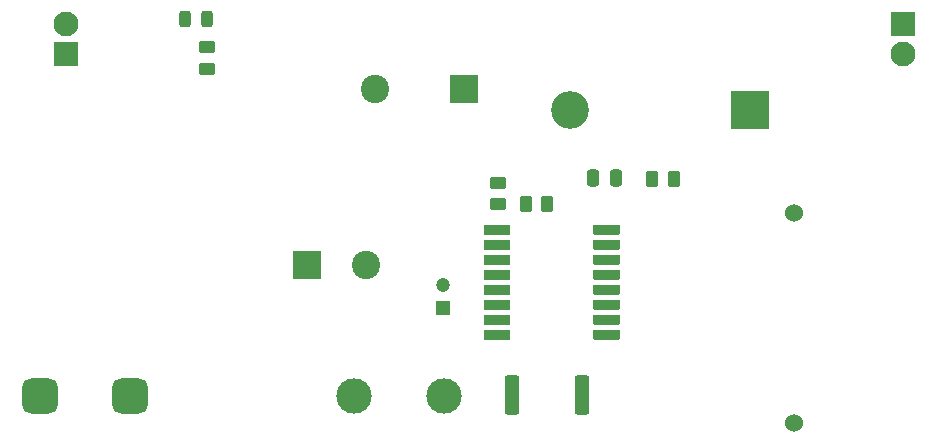
<source format=gbr>
%TF.GenerationSoftware,KiCad,Pcbnew,7.0.7*%
%TF.CreationDate,2023-09-13T14:30:02-04:00*%
%TF.ProjectId,Alim,416c696d-2e6b-4696-9361-645f70636258,rev?*%
%TF.SameCoordinates,Original*%
%TF.FileFunction,Soldermask,Top*%
%TF.FilePolarity,Negative*%
%FSLAX46Y46*%
G04 Gerber Fmt 4.6, Leading zero omitted, Abs format (unit mm)*
G04 Created by KiCad (PCBNEW 7.0.7) date 2023-09-13 14:30:02*
%MOMM*%
%LPD*%
G01*
G04 APERTURE LIST*
G04 Aperture macros list*
%AMRoundRect*
0 Rectangle with rounded corners*
0 $1 Rounding radius*
0 $2 $3 $4 $5 $6 $7 $8 $9 X,Y pos of 4 corners*
0 Add a 4 corners polygon primitive as box body*
4,1,4,$2,$3,$4,$5,$6,$7,$8,$9,$2,$3,0*
0 Add four circle primitives for the rounded corners*
1,1,$1+$1,$2,$3*
1,1,$1+$1,$4,$5*
1,1,$1+$1,$6,$7*
1,1,$1+$1,$8,$9*
0 Add four rect primitives between the rounded corners*
20,1,$1+$1,$2,$3,$4,$5,0*
20,1,$1+$1,$4,$5,$6,$7,0*
20,1,$1+$1,$6,$7,$8,$9,0*
20,1,$1+$1,$8,$9,$2,$3,0*%
G04 Aperture macros list end*
%ADD10C,0.010000*%
%ADD11RoundRect,0.250000X-0.450000X0.262500X-0.450000X-0.262500X0.450000X-0.262500X0.450000X0.262500X0*%
%ADD12RoundRect,0.250000X-0.250000X-0.475000X0.250000X-0.475000X0.250000X0.475000X-0.250000X0.475000X0*%
%ADD13R,2.400000X2.400000*%
%ADD14C,2.400000*%
%ADD15R,1.200000X1.200000*%
%ADD16C,1.200000*%
%ADD17RoundRect,0.250000X-0.262500X-0.450000X0.262500X-0.450000X0.262500X0.450000X-0.262500X0.450000X0*%
%ADD18RoundRect,0.750000X-0.750000X-0.750000X0.750000X-0.750000X0.750000X0.750000X-0.750000X0.750000X0*%
%ADD19C,3.000000*%
%ADD20R,2.100000X2.100000*%
%ADD21C,2.100000*%
%ADD22RoundRect,0.250000X0.362500X1.425000X-0.362500X1.425000X-0.362500X-1.425000X0.362500X-1.425000X0*%
%ADD23RoundRect,0.250000X0.450000X-0.262500X0.450000X0.262500X-0.450000X0.262500X-0.450000X-0.262500X0*%
%ADD24R,3.200000X3.200000*%
%ADD25O,3.200000X3.200000*%
%ADD26RoundRect,0.243750X-0.243750X-0.456250X0.243750X-0.456250X0.243750X0.456250X-0.243750X0.456250X0*%
%ADD27C,1.524000*%
G04 APERTURE END LIST*
%TO.C,U1*%
D10*
X141258000Y-97286000D02*
X141260000Y-97286000D01*
X141263000Y-97287000D01*
X141265000Y-97287000D01*
X141268000Y-97288000D01*
X141270000Y-97289000D01*
X141273000Y-97290000D01*
X141275000Y-97292000D01*
X141277000Y-97293000D01*
X141279000Y-97295000D01*
X141281000Y-97296000D01*
X141283000Y-97298000D01*
X141285000Y-97300000D01*
X141287000Y-97302000D01*
X141289000Y-97304000D01*
X141290000Y-97306000D01*
X141292000Y-97308000D01*
X141293000Y-97310000D01*
X141295000Y-97312000D01*
X141296000Y-97315000D01*
X141297000Y-97317000D01*
X141298000Y-97320000D01*
X141298000Y-97322000D01*
X141299000Y-97325000D01*
X141299000Y-97327000D01*
X141300000Y-97330000D01*
X141300000Y-97332000D01*
X141300000Y-97335000D01*
X141300000Y-97975000D01*
X141300000Y-97978000D01*
X141300000Y-97980000D01*
X141299000Y-97983000D01*
X141299000Y-97985000D01*
X141298000Y-97988000D01*
X141298000Y-97990000D01*
X141297000Y-97993000D01*
X141296000Y-97995000D01*
X141295000Y-97998000D01*
X141293000Y-98000000D01*
X141292000Y-98002000D01*
X141290000Y-98004000D01*
X141289000Y-98006000D01*
X141287000Y-98008000D01*
X141285000Y-98010000D01*
X141283000Y-98012000D01*
X141281000Y-98014000D01*
X141279000Y-98015000D01*
X141277000Y-98017000D01*
X141275000Y-98018000D01*
X141273000Y-98020000D01*
X141270000Y-98021000D01*
X141268000Y-98022000D01*
X141265000Y-98023000D01*
X141263000Y-98023000D01*
X141260000Y-98024000D01*
X141258000Y-98024000D01*
X141255000Y-98025000D01*
X141253000Y-98025000D01*
X141250000Y-98025000D01*
X139210000Y-98025000D01*
X139207000Y-98025000D01*
X139205000Y-98025000D01*
X139202000Y-98024000D01*
X139200000Y-98024000D01*
X139197000Y-98023000D01*
X139195000Y-98023000D01*
X139192000Y-98022000D01*
X139190000Y-98021000D01*
X139187000Y-98020000D01*
X139185000Y-98018000D01*
X139183000Y-98017000D01*
X139181000Y-98015000D01*
X139179000Y-98014000D01*
X139177000Y-98012000D01*
X139175000Y-98010000D01*
X139173000Y-98008000D01*
X139171000Y-98006000D01*
X139170000Y-98004000D01*
X139168000Y-98002000D01*
X139167000Y-98000000D01*
X139165000Y-97998000D01*
X139164000Y-97995000D01*
X139163000Y-97993000D01*
X139162000Y-97990000D01*
X139162000Y-97988000D01*
X139161000Y-97985000D01*
X139161000Y-97983000D01*
X139160000Y-97980000D01*
X139160000Y-97978000D01*
X139160000Y-97975000D01*
X139160000Y-97335000D01*
X139160000Y-97332000D01*
X139160000Y-97330000D01*
X139161000Y-97327000D01*
X139161000Y-97325000D01*
X139162000Y-97322000D01*
X139162000Y-97320000D01*
X139163000Y-97317000D01*
X139164000Y-97315000D01*
X139165000Y-97312000D01*
X139167000Y-97310000D01*
X139168000Y-97308000D01*
X139170000Y-97306000D01*
X139171000Y-97304000D01*
X139173000Y-97302000D01*
X139175000Y-97300000D01*
X139177000Y-97298000D01*
X139179000Y-97296000D01*
X139181000Y-97295000D01*
X139183000Y-97293000D01*
X139185000Y-97292000D01*
X139187000Y-97290000D01*
X139190000Y-97289000D01*
X139192000Y-97288000D01*
X139195000Y-97287000D01*
X139197000Y-97287000D01*
X139200000Y-97286000D01*
X139202000Y-97286000D01*
X139205000Y-97285000D01*
X139207000Y-97285000D01*
X139210000Y-97285000D01*
X141250000Y-97285000D01*
X141253000Y-97285000D01*
X141255000Y-97285000D01*
X141258000Y-97286000D01*
G36*
X141258000Y-97286000D02*
G01*
X141260000Y-97286000D01*
X141263000Y-97287000D01*
X141265000Y-97287000D01*
X141268000Y-97288000D01*
X141270000Y-97289000D01*
X141273000Y-97290000D01*
X141275000Y-97292000D01*
X141277000Y-97293000D01*
X141279000Y-97295000D01*
X141281000Y-97296000D01*
X141283000Y-97298000D01*
X141285000Y-97300000D01*
X141287000Y-97302000D01*
X141289000Y-97304000D01*
X141290000Y-97306000D01*
X141292000Y-97308000D01*
X141293000Y-97310000D01*
X141295000Y-97312000D01*
X141296000Y-97315000D01*
X141297000Y-97317000D01*
X141298000Y-97320000D01*
X141298000Y-97322000D01*
X141299000Y-97325000D01*
X141299000Y-97327000D01*
X141300000Y-97330000D01*
X141300000Y-97332000D01*
X141300000Y-97335000D01*
X141300000Y-97975000D01*
X141300000Y-97978000D01*
X141300000Y-97980000D01*
X141299000Y-97983000D01*
X141299000Y-97985000D01*
X141298000Y-97988000D01*
X141298000Y-97990000D01*
X141297000Y-97993000D01*
X141296000Y-97995000D01*
X141295000Y-97998000D01*
X141293000Y-98000000D01*
X141292000Y-98002000D01*
X141290000Y-98004000D01*
X141289000Y-98006000D01*
X141287000Y-98008000D01*
X141285000Y-98010000D01*
X141283000Y-98012000D01*
X141281000Y-98014000D01*
X141279000Y-98015000D01*
X141277000Y-98017000D01*
X141275000Y-98018000D01*
X141273000Y-98020000D01*
X141270000Y-98021000D01*
X141268000Y-98022000D01*
X141265000Y-98023000D01*
X141263000Y-98023000D01*
X141260000Y-98024000D01*
X141258000Y-98024000D01*
X141255000Y-98025000D01*
X141253000Y-98025000D01*
X141250000Y-98025000D01*
X139210000Y-98025000D01*
X139207000Y-98025000D01*
X139205000Y-98025000D01*
X139202000Y-98024000D01*
X139200000Y-98024000D01*
X139197000Y-98023000D01*
X139195000Y-98023000D01*
X139192000Y-98022000D01*
X139190000Y-98021000D01*
X139187000Y-98020000D01*
X139185000Y-98018000D01*
X139183000Y-98017000D01*
X139181000Y-98015000D01*
X139179000Y-98014000D01*
X139177000Y-98012000D01*
X139175000Y-98010000D01*
X139173000Y-98008000D01*
X139171000Y-98006000D01*
X139170000Y-98004000D01*
X139168000Y-98002000D01*
X139167000Y-98000000D01*
X139165000Y-97998000D01*
X139164000Y-97995000D01*
X139163000Y-97993000D01*
X139162000Y-97990000D01*
X139162000Y-97988000D01*
X139161000Y-97985000D01*
X139161000Y-97983000D01*
X139160000Y-97980000D01*
X139160000Y-97978000D01*
X139160000Y-97975000D01*
X139160000Y-97335000D01*
X139160000Y-97332000D01*
X139160000Y-97330000D01*
X139161000Y-97327000D01*
X139161000Y-97325000D01*
X139162000Y-97322000D01*
X139162000Y-97320000D01*
X139163000Y-97317000D01*
X139164000Y-97315000D01*
X139165000Y-97312000D01*
X139167000Y-97310000D01*
X139168000Y-97308000D01*
X139170000Y-97306000D01*
X139171000Y-97304000D01*
X139173000Y-97302000D01*
X139175000Y-97300000D01*
X139177000Y-97298000D01*
X139179000Y-97296000D01*
X139181000Y-97295000D01*
X139183000Y-97293000D01*
X139185000Y-97292000D01*
X139187000Y-97290000D01*
X139190000Y-97289000D01*
X139192000Y-97288000D01*
X139195000Y-97287000D01*
X139197000Y-97287000D01*
X139200000Y-97286000D01*
X139202000Y-97286000D01*
X139205000Y-97285000D01*
X139207000Y-97285000D01*
X139210000Y-97285000D01*
X141250000Y-97285000D01*
X141253000Y-97285000D01*
X141255000Y-97285000D01*
X141258000Y-97286000D01*
G37*
X141258000Y-98556000D02*
X141260000Y-98556000D01*
X141263000Y-98557000D01*
X141265000Y-98557000D01*
X141268000Y-98558000D01*
X141270000Y-98559000D01*
X141273000Y-98560000D01*
X141275000Y-98562000D01*
X141277000Y-98563000D01*
X141279000Y-98565000D01*
X141281000Y-98566000D01*
X141283000Y-98568000D01*
X141285000Y-98570000D01*
X141287000Y-98572000D01*
X141289000Y-98574000D01*
X141290000Y-98576000D01*
X141292000Y-98578000D01*
X141293000Y-98580000D01*
X141295000Y-98582000D01*
X141296000Y-98585000D01*
X141297000Y-98587000D01*
X141298000Y-98590000D01*
X141298000Y-98592000D01*
X141299000Y-98595000D01*
X141299000Y-98597000D01*
X141300000Y-98600000D01*
X141300000Y-98602000D01*
X141300000Y-98605000D01*
X141300000Y-99245000D01*
X141300000Y-99248000D01*
X141300000Y-99250000D01*
X141299000Y-99253000D01*
X141299000Y-99255000D01*
X141298000Y-99258000D01*
X141298000Y-99260000D01*
X141297000Y-99263000D01*
X141296000Y-99265000D01*
X141295000Y-99268000D01*
X141293000Y-99270000D01*
X141292000Y-99272000D01*
X141290000Y-99274000D01*
X141289000Y-99276000D01*
X141287000Y-99278000D01*
X141285000Y-99280000D01*
X141283000Y-99282000D01*
X141281000Y-99284000D01*
X141279000Y-99285000D01*
X141277000Y-99287000D01*
X141275000Y-99288000D01*
X141273000Y-99290000D01*
X141270000Y-99291000D01*
X141268000Y-99292000D01*
X141265000Y-99293000D01*
X141263000Y-99293000D01*
X141260000Y-99294000D01*
X141258000Y-99294000D01*
X141255000Y-99295000D01*
X141253000Y-99295000D01*
X141250000Y-99295000D01*
X139210000Y-99295000D01*
X139207000Y-99295000D01*
X139205000Y-99295000D01*
X139202000Y-99294000D01*
X139200000Y-99294000D01*
X139197000Y-99293000D01*
X139195000Y-99293000D01*
X139192000Y-99292000D01*
X139190000Y-99291000D01*
X139187000Y-99290000D01*
X139185000Y-99288000D01*
X139183000Y-99287000D01*
X139181000Y-99285000D01*
X139179000Y-99284000D01*
X139177000Y-99282000D01*
X139175000Y-99280000D01*
X139173000Y-99278000D01*
X139171000Y-99276000D01*
X139170000Y-99274000D01*
X139168000Y-99272000D01*
X139167000Y-99270000D01*
X139165000Y-99268000D01*
X139164000Y-99265000D01*
X139163000Y-99263000D01*
X139162000Y-99260000D01*
X139162000Y-99258000D01*
X139161000Y-99255000D01*
X139161000Y-99253000D01*
X139160000Y-99250000D01*
X139160000Y-99248000D01*
X139160000Y-99245000D01*
X139160000Y-98605000D01*
X139160000Y-98602000D01*
X139160000Y-98600000D01*
X139161000Y-98597000D01*
X139161000Y-98595000D01*
X139162000Y-98592000D01*
X139162000Y-98590000D01*
X139163000Y-98587000D01*
X139164000Y-98585000D01*
X139165000Y-98582000D01*
X139167000Y-98580000D01*
X139168000Y-98578000D01*
X139170000Y-98576000D01*
X139171000Y-98574000D01*
X139173000Y-98572000D01*
X139175000Y-98570000D01*
X139177000Y-98568000D01*
X139179000Y-98566000D01*
X139181000Y-98565000D01*
X139183000Y-98563000D01*
X139185000Y-98562000D01*
X139187000Y-98560000D01*
X139190000Y-98559000D01*
X139192000Y-98558000D01*
X139195000Y-98557000D01*
X139197000Y-98557000D01*
X139200000Y-98556000D01*
X139202000Y-98556000D01*
X139205000Y-98555000D01*
X139207000Y-98555000D01*
X139210000Y-98555000D01*
X141250000Y-98555000D01*
X141253000Y-98555000D01*
X141255000Y-98555000D01*
X141258000Y-98556000D01*
G36*
X141258000Y-98556000D02*
G01*
X141260000Y-98556000D01*
X141263000Y-98557000D01*
X141265000Y-98557000D01*
X141268000Y-98558000D01*
X141270000Y-98559000D01*
X141273000Y-98560000D01*
X141275000Y-98562000D01*
X141277000Y-98563000D01*
X141279000Y-98565000D01*
X141281000Y-98566000D01*
X141283000Y-98568000D01*
X141285000Y-98570000D01*
X141287000Y-98572000D01*
X141289000Y-98574000D01*
X141290000Y-98576000D01*
X141292000Y-98578000D01*
X141293000Y-98580000D01*
X141295000Y-98582000D01*
X141296000Y-98585000D01*
X141297000Y-98587000D01*
X141298000Y-98590000D01*
X141298000Y-98592000D01*
X141299000Y-98595000D01*
X141299000Y-98597000D01*
X141300000Y-98600000D01*
X141300000Y-98602000D01*
X141300000Y-98605000D01*
X141300000Y-99245000D01*
X141300000Y-99248000D01*
X141300000Y-99250000D01*
X141299000Y-99253000D01*
X141299000Y-99255000D01*
X141298000Y-99258000D01*
X141298000Y-99260000D01*
X141297000Y-99263000D01*
X141296000Y-99265000D01*
X141295000Y-99268000D01*
X141293000Y-99270000D01*
X141292000Y-99272000D01*
X141290000Y-99274000D01*
X141289000Y-99276000D01*
X141287000Y-99278000D01*
X141285000Y-99280000D01*
X141283000Y-99282000D01*
X141281000Y-99284000D01*
X141279000Y-99285000D01*
X141277000Y-99287000D01*
X141275000Y-99288000D01*
X141273000Y-99290000D01*
X141270000Y-99291000D01*
X141268000Y-99292000D01*
X141265000Y-99293000D01*
X141263000Y-99293000D01*
X141260000Y-99294000D01*
X141258000Y-99294000D01*
X141255000Y-99295000D01*
X141253000Y-99295000D01*
X141250000Y-99295000D01*
X139210000Y-99295000D01*
X139207000Y-99295000D01*
X139205000Y-99295000D01*
X139202000Y-99294000D01*
X139200000Y-99294000D01*
X139197000Y-99293000D01*
X139195000Y-99293000D01*
X139192000Y-99292000D01*
X139190000Y-99291000D01*
X139187000Y-99290000D01*
X139185000Y-99288000D01*
X139183000Y-99287000D01*
X139181000Y-99285000D01*
X139179000Y-99284000D01*
X139177000Y-99282000D01*
X139175000Y-99280000D01*
X139173000Y-99278000D01*
X139171000Y-99276000D01*
X139170000Y-99274000D01*
X139168000Y-99272000D01*
X139167000Y-99270000D01*
X139165000Y-99268000D01*
X139164000Y-99265000D01*
X139163000Y-99263000D01*
X139162000Y-99260000D01*
X139162000Y-99258000D01*
X139161000Y-99255000D01*
X139161000Y-99253000D01*
X139160000Y-99250000D01*
X139160000Y-99248000D01*
X139160000Y-99245000D01*
X139160000Y-98605000D01*
X139160000Y-98602000D01*
X139160000Y-98600000D01*
X139161000Y-98597000D01*
X139161000Y-98595000D01*
X139162000Y-98592000D01*
X139162000Y-98590000D01*
X139163000Y-98587000D01*
X139164000Y-98585000D01*
X139165000Y-98582000D01*
X139167000Y-98580000D01*
X139168000Y-98578000D01*
X139170000Y-98576000D01*
X139171000Y-98574000D01*
X139173000Y-98572000D01*
X139175000Y-98570000D01*
X139177000Y-98568000D01*
X139179000Y-98566000D01*
X139181000Y-98565000D01*
X139183000Y-98563000D01*
X139185000Y-98562000D01*
X139187000Y-98560000D01*
X139190000Y-98559000D01*
X139192000Y-98558000D01*
X139195000Y-98557000D01*
X139197000Y-98557000D01*
X139200000Y-98556000D01*
X139202000Y-98556000D01*
X139205000Y-98555000D01*
X139207000Y-98555000D01*
X139210000Y-98555000D01*
X141250000Y-98555000D01*
X141253000Y-98555000D01*
X141255000Y-98555000D01*
X141258000Y-98556000D01*
G37*
X141258000Y-99826000D02*
X141260000Y-99826000D01*
X141263000Y-99827000D01*
X141265000Y-99827000D01*
X141268000Y-99828000D01*
X141270000Y-99829000D01*
X141273000Y-99830000D01*
X141275000Y-99832000D01*
X141277000Y-99833000D01*
X141279000Y-99835000D01*
X141281000Y-99836000D01*
X141283000Y-99838000D01*
X141285000Y-99840000D01*
X141287000Y-99842000D01*
X141289000Y-99844000D01*
X141290000Y-99846000D01*
X141292000Y-99848000D01*
X141293000Y-99850000D01*
X141295000Y-99852000D01*
X141296000Y-99855000D01*
X141297000Y-99857000D01*
X141298000Y-99860000D01*
X141298000Y-99862000D01*
X141299000Y-99865000D01*
X141299000Y-99867000D01*
X141300000Y-99870000D01*
X141300000Y-99872000D01*
X141300000Y-99875000D01*
X141300000Y-100515000D01*
X141300000Y-100518000D01*
X141300000Y-100520000D01*
X141299000Y-100523000D01*
X141299000Y-100525000D01*
X141298000Y-100528000D01*
X141298000Y-100530000D01*
X141297000Y-100533000D01*
X141296000Y-100535000D01*
X141295000Y-100538000D01*
X141293000Y-100540000D01*
X141292000Y-100542000D01*
X141290000Y-100544000D01*
X141289000Y-100546000D01*
X141287000Y-100548000D01*
X141285000Y-100550000D01*
X141283000Y-100552000D01*
X141281000Y-100554000D01*
X141279000Y-100555000D01*
X141277000Y-100557000D01*
X141275000Y-100558000D01*
X141273000Y-100560000D01*
X141270000Y-100561000D01*
X141268000Y-100562000D01*
X141265000Y-100563000D01*
X141263000Y-100563000D01*
X141260000Y-100564000D01*
X141258000Y-100564000D01*
X141255000Y-100565000D01*
X141253000Y-100565000D01*
X141250000Y-100565000D01*
X139210000Y-100565000D01*
X139207000Y-100565000D01*
X139205000Y-100565000D01*
X139202000Y-100564000D01*
X139200000Y-100564000D01*
X139197000Y-100563000D01*
X139195000Y-100563000D01*
X139192000Y-100562000D01*
X139190000Y-100561000D01*
X139187000Y-100560000D01*
X139185000Y-100558000D01*
X139183000Y-100557000D01*
X139181000Y-100555000D01*
X139179000Y-100554000D01*
X139177000Y-100552000D01*
X139175000Y-100550000D01*
X139173000Y-100548000D01*
X139171000Y-100546000D01*
X139170000Y-100544000D01*
X139168000Y-100542000D01*
X139167000Y-100540000D01*
X139165000Y-100538000D01*
X139164000Y-100535000D01*
X139163000Y-100533000D01*
X139162000Y-100530000D01*
X139162000Y-100528000D01*
X139161000Y-100525000D01*
X139161000Y-100523000D01*
X139160000Y-100520000D01*
X139160000Y-100518000D01*
X139160000Y-100515000D01*
X139160000Y-99875000D01*
X139160000Y-99872000D01*
X139160000Y-99870000D01*
X139161000Y-99867000D01*
X139161000Y-99865000D01*
X139162000Y-99862000D01*
X139162000Y-99860000D01*
X139163000Y-99857000D01*
X139164000Y-99855000D01*
X139165000Y-99852000D01*
X139167000Y-99850000D01*
X139168000Y-99848000D01*
X139170000Y-99846000D01*
X139171000Y-99844000D01*
X139173000Y-99842000D01*
X139175000Y-99840000D01*
X139177000Y-99838000D01*
X139179000Y-99836000D01*
X139181000Y-99835000D01*
X139183000Y-99833000D01*
X139185000Y-99832000D01*
X139187000Y-99830000D01*
X139190000Y-99829000D01*
X139192000Y-99828000D01*
X139195000Y-99827000D01*
X139197000Y-99827000D01*
X139200000Y-99826000D01*
X139202000Y-99826000D01*
X139205000Y-99825000D01*
X139207000Y-99825000D01*
X139210000Y-99825000D01*
X141250000Y-99825000D01*
X141253000Y-99825000D01*
X141255000Y-99825000D01*
X141258000Y-99826000D01*
G36*
X141258000Y-99826000D02*
G01*
X141260000Y-99826000D01*
X141263000Y-99827000D01*
X141265000Y-99827000D01*
X141268000Y-99828000D01*
X141270000Y-99829000D01*
X141273000Y-99830000D01*
X141275000Y-99832000D01*
X141277000Y-99833000D01*
X141279000Y-99835000D01*
X141281000Y-99836000D01*
X141283000Y-99838000D01*
X141285000Y-99840000D01*
X141287000Y-99842000D01*
X141289000Y-99844000D01*
X141290000Y-99846000D01*
X141292000Y-99848000D01*
X141293000Y-99850000D01*
X141295000Y-99852000D01*
X141296000Y-99855000D01*
X141297000Y-99857000D01*
X141298000Y-99860000D01*
X141298000Y-99862000D01*
X141299000Y-99865000D01*
X141299000Y-99867000D01*
X141300000Y-99870000D01*
X141300000Y-99872000D01*
X141300000Y-99875000D01*
X141300000Y-100515000D01*
X141300000Y-100518000D01*
X141300000Y-100520000D01*
X141299000Y-100523000D01*
X141299000Y-100525000D01*
X141298000Y-100528000D01*
X141298000Y-100530000D01*
X141297000Y-100533000D01*
X141296000Y-100535000D01*
X141295000Y-100538000D01*
X141293000Y-100540000D01*
X141292000Y-100542000D01*
X141290000Y-100544000D01*
X141289000Y-100546000D01*
X141287000Y-100548000D01*
X141285000Y-100550000D01*
X141283000Y-100552000D01*
X141281000Y-100554000D01*
X141279000Y-100555000D01*
X141277000Y-100557000D01*
X141275000Y-100558000D01*
X141273000Y-100560000D01*
X141270000Y-100561000D01*
X141268000Y-100562000D01*
X141265000Y-100563000D01*
X141263000Y-100563000D01*
X141260000Y-100564000D01*
X141258000Y-100564000D01*
X141255000Y-100565000D01*
X141253000Y-100565000D01*
X141250000Y-100565000D01*
X139210000Y-100565000D01*
X139207000Y-100565000D01*
X139205000Y-100565000D01*
X139202000Y-100564000D01*
X139200000Y-100564000D01*
X139197000Y-100563000D01*
X139195000Y-100563000D01*
X139192000Y-100562000D01*
X139190000Y-100561000D01*
X139187000Y-100560000D01*
X139185000Y-100558000D01*
X139183000Y-100557000D01*
X139181000Y-100555000D01*
X139179000Y-100554000D01*
X139177000Y-100552000D01*
X139175000Y-100550000D01*
X139173000Y-100548000D01*
X139171000Y-100546000D01*
X139170000Y-100544000D01*
X139168000Y-100542000D01*
X139167000Y-100540000D01*
X139165000Y-100538000D01*
X139164000Y-100535000D01*
X139163000Y-100533000D01*
X139162000Y-100530000D01*
X139162000Y-100528000D01*
X139161000Y-100525000D01*
X139161000Y-100523000D01*
X139160000Y-100520000D01*
X139160000Y-100518000D01*
X139160000Y-100515000D01*
X139160000Y-99875000D01*
X139160000Y-99872000D01*
X139160000Y-99870000D01*
X139161000Y-99867000D01*
X139161000Y-99865000D01*
X139162000Y-99862000D01*
X139162000Y-99860000D01*
X139163000Y-99857000D01*
X139164000Y-99855000D01*
X139165000Y-99852000D01*
X139167000Y-99850000D01*
X139168000Y-99848000D01*
X139170000Y-99846000D01*
X139171000Y-99844000D01*
X139173000Y-99842000D01*
X139175000Y-99840000D01*
X139177000Y-99838000D01*
X139179000Y-99836000D01*
X139181000Y-99835000D01*
X139183000Y-99833000D01*
X139185000Y-99832000D01*
X139187000Y-99830000D01*
X139190000Y-99829000D01*
X139192000Y-99828000D01*
X139195000Y-99827000D01*
X139197000Y-99827000D01*
X139200000Y-99826000D01*
X139202000Y-99826000D01*
X139205000Y-99825000D01*
X139207000Y-99825000D01*
X139210000Y-99825000D01*
X141250000Y-99825000D01*
X141253000Y-99825000D01*
X141255000Y-99825000D01*
X141258000Y-99826000D01*
G37*
X141258000Y-101096000D02*
X141260000Y-101096000D01*
X141263000Y-101097000D01*
X141265000Y-101097000D01*
X141268000Y-101098000D01*
X141270000Y-101099000D01*
X141273000Y-101100000D01*
X141275000Y-101102000D01*
X141277000Y-101103000D01*
X141279000Y-101105000D01*
X141281000Y-101106000D01*
X141283000Y-101108000D01*
X141285000Y-101110000D01*
X141287000Y-101112000D01*
X141289000Y-101114000D01*
X141290000Y-101116000D01*
X141292000Y-101118000D01*
X141293000Y-101120000D01*
X141295000Y-101122000D01*
X141296000Y-101125000D01*
X141297000Y-101127000D01*
X141298000Y-101130000D01*
X141298000Y-101132000D01*
X141299000Y-101135000D01*
X141299000Y-101137000D01*
X141300000Y-101140000D01*
X141300000Y-101142000D01*
X141300000Y-101145000D01*
X141300000Y-101785000D01*
X141300000Y-101788000D01*
X141300000Y-101790000D01*
X141299000Y-101793000D01*
X141299000Y-101795000D01*
X141298000Y-101798000D01*
X141298000Y-101800000D01*
X141297000Y-101803000D01*
X141296000Y-101805000D01*
X141295000Y-101808000D01*
X141293000Y-101810000D01*
X141292000Y-101812000D01*
X141290000Y-101814000D01*
X141289000Y-101816000D01*
X141287000Y-101818000D01*
X141285000Y-101820000D01*
X141283000Y-101822000D01*
X141281000Y-101824000D01*
X141279000Y-101825000D01*
X141277000Y-101827000D01*
X141275000Y-101828000D01*
X141273000Y-101830000D01*
X141270000Y-101831000D01*
X141268000Y-101832000D01*
X141265000Y-101833000D01*
X141263000Y-101833000D01*
X141260000Y-101834000D01*
X141258000Y-101834000D01*
X141255000Y-101835000D01*
X141253000Y-101835000D01*
X141250000Y-101835000D01*
X139210000Y-101835000D01*
X139207000Y-101835000D01*
X139205000Y-101835000D01*
X139202000Y-101834000D01*
X139200000Y-101834000D01*
X139197000Y-101833000D01*
X139195000Y-101833000D01*
X139192000Y-101832000D01*
X139190000Y-101831000D01*
X139187000Y-101830000D01*
X139185000Y-101828000D01*
X139183000Y-101827000D01*
X139181000Y-101825000D01*
X139179000Y-101824000D01*
X139177000Y-101822000D01*
X139175000Y-101820000D01*
X139173000Y-101818000D01*
X139171000Y-101816000D01*
X139170000Y-101814000D01*
X139168000Y-101812000D01*
X139167000Y-101810000D01*
X139165000Y-101808000D01*
X139164000Y-101805000D01*
X139163000Y-101803000D01*
X139162000Y-101800000D01*
X139162000Y-101798000D01*
X139161000Y-101795000D01*
X139161000Y-101793000D01*
X139160000Y-101790000D01*
X139160000Y-101788000D01*
X139160000Y-101785000D01*
X139160000Y-101145000D01*
X139160000Y-101142000D01*
X139160000Y-101140000D01*
X139161000Y-101137000D01*
X139161000Y-101135000D01*
X139162000Y-101132000D01*
X139162000Y-101130000D01*
X139163000Y-101127000D01*
X139164000Y-101125000D01*
X139165000Y-101122000D01*
X139167000Y-101120000D01*
X139168000Y-101118000D01*
X139170000Y-101116000D01*
X139171000Y-101114000D01*
X139173000Y-101112000D01*
X139175000Y-101110000D01*
X139177000Y-101108000D01*
X139179000Y-101106000D01*
X139181000Y-101105000D01*
X139183000Y-101103000D01*
X139185000Y-101102000D01*
X139187000Y-101100000D01*
X139190000Y-101099000D01*
X139192000Y-101098000D01*
X139195000Y-101097000D01*
X139197000Y-101097000D01*
X139200000Y-101096000D01*
X139202000Y-101096000D01*
X139205000Y-101095000D01*
X139207000Y-101095000D01*
X139210000Y-101095000D01*
X141250000Y-101095000D01*
X141253000Y-101095000D01*
X141255000Y-101095000D01*
X141258000Y-101096000D01*
G36*
X141258000Y-101096000D02*
G01*
X141260000Y-101096000D01*
X141263000Y-101097000D01*
X141265000Y-101097000D01*
X141268000Y-101098000D01*
X141270000Y-101099000D01*
X141273000Y-101100000D01*
X141275000Y-101102000D01*
X141277000Y-101103000D01*
X141279000Y-101105000D01*
X141281000Y-101106000D01*
X141283000Y-101108000D01*
X141285000Y-101110000D01*
X141287000Y-101112000D01*
X141289000Y-101114000D01*
X141290000Y-101116000D01*
X141292000Y-101118000D01*
X141293000Y-101120000D01*
X141295000Y-101122000D01*
X141296000Y-101125000D01*
X141297000Y-101127000D01*
X141298000Y-101130000D01*
X141298000Y-101132000D01*
X141299000Y-101135000D01*
X141299000Y-101137000D01*
X141300000Y-101140000D01*
X141300000Y-101142000D01*
X141300000Y-101145000D01*
X141300000Y-101785000D01*
X141300000Y-101788000D01*
X141300000Y-101790000D01*
X141299000Y-101793000D01*
X141299000Y-101795000D01*
X141298000Y-101798000D01*
X141298000Y-101800000D01*
X141297000Y-101803000D01*
X141296000Y-101805000D01*
X141295000Y-101808000D01*
X141293000Y-101810000D01*
X141292000Y-101812000D01*
X141290000Y-101814000D01*
X141289000Y-101816000D01*
X141287000Y-101818000D01*
X141285000Y-101820000D01*
X141283000Y-101822000D01*
X141281000Y-101824000D01*
X141279000Y-101825000D01*
X141277000Y-101827000D01*
X141275000Y-101828000D01*
X141273000Y-101830000D01*
X141270000Y-101831000D01*
X141268000Y-101832000D01*
X141265000Y-101833000D01*
X141263000Y-101833000D01*
X141260000Y-101834000D01*
X141258000Y-101834000D01*
X141255000Y-101835000D01*
X141253000Y-101835000D01*
X141250000Y-101835000D01*
X139210000Y-101835000D01*
X139207000Y-101835000D01*
X139205000Y-101835000D01*
X139202000Y-101834000D01*
X139200000Y-101834000D01*
X139197000Y-101833000D01*
X139195000Y-101833000D01*
X139192000Y-101832000D01*
X139190000Y-101831000D01*
X139187000Y-101830000D01*
X139185000Y-101828000D01*
X139183000Y-101827000D01*
X139181000Y-101825000D01*
X139179000Y-101824000D01*
X139177000Y-101822000D01*
X139175000Y-101820000D01*
X139173000Y-101818000D01*
X139171000Y-101816000D01*
X139170000Y-101814000D01*
X139168000Y-101812000D01*
X139167000Y-101810000D01*
X139165000Y-101808000D01*
X139164000Y-101805000D01*
X139163000Y-101803000D01*
X139162000Y-101800000D01*
X139162000Y-101798000D01*
X139161000Y-101795000D01*
X139161000Y-101793000D01*
X139160000Y-101790000D01*
X139160000Y-101788000D01*
X139160000Y-101785000D01*
X139160000Y-101145000D01*
X139160000Y-101142000D01*
X139160000Y-101140000D01*
X139161000Y-101137000D01*
X139161000Y-101135000D01*
X139162000Y-101132000D01*
X139162000Y-101130000D01*
X139163000Y-101127000D01*
X139164000Y-101125000D01*
X139165000Y-101122000D01*
X139167000Y-101120000D01*
X139168000Y-101118000D01*
X139170000Y-101116000D01*
X139171000Y-101114000D01*
X139173000Y-101112000D01*
X139175000Y-101110000D01*
X139177000Y-101108000D01*
X139179000Y-101106000D01*
X139181000Y-101105000D01*
X139183000Y-101103000D01*
X139185000Y-101102000D01*
X139187000Y-101100000D01*
X139190000Y-101099000D01*
X139192000Y-101098000D01*
X139195000Y-101097000D01*
X139197000Y-101097000D01*
X139200000Y-101096000D01*
X139202000Y-101096000D01*
X139205000Y-101095000D01*
X139207000Y-101095000D01*
X139210000Y-101095000D01*
X141250000Y-101095000D01*
X141253000Y-101095000D01*
X141255000Y-101095000D01*
X141258000Y-101096000D01*
G37*
X141258000Y-102366000D02*
X141260000Y-102366000D01*
X141263000Y-102367000D01*
X141265000Y-102367000D01*
X141268000Y-102368000D01*
X141270000Y-102369000D01*
X141273000Y-102370000D01*
X141275000Y-102372000D01*
X141277000Y-102373000D01*
X141279000Y-102375000D01*
X141281000Y-102376000D01*
X141283000Y-102378000D01*
X141285000Y-102380000D01*
X141287000Y-102382000D01*
X141289000Y-102384000D01*
X141290000Y-102386000D01*
X141292000Y-102388000D01*
X141293000Y-102390000D01*
X141295000Y-102392000D01*
X141296000Y-102395000D01*
X141297000Y-102397000D01*
X141298000Y-102400000D01*
X141298000Y-102402000D01*
X141299000Y-102405000D01*
X141299000Y-102407000D01*
X141300000Y-102410000D01*
X141300000Y-102412000D01*
X141300000Y-102415000D01*
X141300000Y-103055000D01*
X141300000Y-103058000D01*
X141300000Y-103060000D01*
X141299000Y-103063000D01*
X141299000Y-103065000D01*
X141298000Y-103068000D01*
X141298000Y-103070000D01*
X141297000Y-103073000D01*
X141296000Y-103075000D01*
X141295000Y-103078000D01*
X141293000Y-103080000D01*
X141292000Y-103082000D01*
X141290000Y-103084000D01*
X141289000Y-103086000D01*
X141287000Y-103088000D01*
X141285000Y-103090000D01*
X141283000Y-103092000D01*
X141281000Y-103094000D01*
X141279000Y-103095000D01*
X141277000Y-103097000D01*
X141275000Y-103098000D01*
X141273000Y-103100000D01*
X141270000Y-103101000D01*
X141268000Y-103102000D01*
X141265000Y-103103000D01*
X141263000Y-103103000D01*
X141260000Y-103104000D01*
X141258000Y-103104000D01*
X141255000Y-103105000D01*
X141253000Y-103105000D01*
X141250000Y-103105000D01*
X139210000Y-103105000D01*
X139207000Y-103105000D01*
X139205000Y-103105000D01*
X139202000Y-103104000D01*
X139200000Y-103104000D01*
X139197000Y-103103000D01*
X139195000Y-103103000D01*
X139192000Y-103102000D01*
X139190000Y-103101000D01*
X139187000Y-103100000D01*
X139185000Y-103098000D01*
X139183000Y-103097000D01*
X139181000Y-103095000D01*
X139179000Y-103094000D01*
X139177000Y-103092000D01*
X139175000Y-103090000D01*
X139173000Y-103088000D01*
X139171000Y-103086000D01*
X139170000Y-103084000D01*
X139168000Y-103082000D01*
X139167000Y-103080000D01*
X139165000Y-103078000D01*
X139164000Y-103075000D01*
X139163000Y-103073000D01*
X139162000Y-103070000D01*
X139162000Y-103068000D01*
X139161000Y-103065000D01*
X139161000Y-103063000D01*
X139160000Y-103060000D01*
X139160000Y-103058000D01*
X139160000Y-103055000D01*
X139160000Y-102415000D01*
X139160000Y-102412000D01*
X139160000Y-102410000D01*
X139161000Y-102407000D01*
X139161000Y-102405000D01*
X139162000Y-102402000D01*
X139162000Y-102400000D01*
X139163000Y-102397000D01*
X139164000Y-102395000D01*
X139165000Y-102392000D01*
X139167000Y-102390000D01*
X139168000Y-102388000D01*
X139170000Y-102386000D01*
X139171000Y-102384000D01*
X139173000Y-102382000D01*
X139175000Y-102380000D01*
X139177000Y-102378000D01*
X139179000Y-102376000D01*
X139181000Y-102375000D01*
X139183000Y-102373000D01*
X139185000Y-102372000D01*
X139187000Y-102370000D01*
X139190000Y-102369000D01*
X139192000Y-102368000D01*
X139195000Y-102367000D01*
X139197000Y-102367000D01*
X139200000Y-102366000D01*
X139202000Y-102366000D01*
X139205000Y-102365000D01*
X139207000Y-102365000D01*
X139210000Y-102365000D01*
X141250000Y-102365000D01*
X141253000Y-102365000D01*
X141255000Y-102365000D01*
X141258000Y-102366000D01*
G36*
X141258000Y-102366000D02*
G01*
X141260000Y-102366000D01*
X141263000Y-102367000D01*
X141265000Y-102367000D01*
X141268000Y-102368000D01*
X141270000Y-102369000D01*
X141273000Y-102370000D01*
X141275000Y-102372000D01*
X141277000Y-102373000D01*
X141279000Y-102375000D01*
X141281000Y-102376000D01*
X141283000Y-102378000D01*
X141285000Y-102380000D01*
X141287000Y-102382000D01*
X141289000Y-102384000D01*
X141290000Y-102386000D01*
X141292000Y-102388000D01*
X141293000Y-102390000D01*
X141295000Y-102392000D01*
X141296000Y-102395000D01*
X141297000Y-102397000D01*
X141298000Y-102400000D01*
X141298000Y-102402000D01*
X141299000Y-102405000D01*
X141299000Y-102407000D01*
X141300000Y-102410000D01*
X141300000Y-102412000D01*
X141300000Y-102415000D01*
X141300000Y-103055000D01*
X141300000Y-103058000D01*
X141300000Y-103060000D01*
X141299000Y-103063000D01*
X141299000Y-103065000D01*
X141298000Y-103068000D01*
X141298000Y-103070000D01*
X141297000Y-103073000D01*
X141296000Y-103075000D01*
X141295000Y-103078000D01*
X141293000Y-103080000D01*
X141292000Y-103082000D01*
X141290000Y-103084000D01*
X141289000Y-103086000D01*
X141287000Y-103088000D01*
X141285000Y-103090000D01*
X141283000Y-103092000D01*
X141281000Y-103094000D01*
X141279000Y-103095000D01*
X141277000Y-103097000D01*
X141275000Y-103098000D01*
X141273000Y-103100000D01*
X141270000Y-103101000D01*
X141268000Y-103102000D01*
X141265000Y-103103000D01*
X141263000Y-103103000D01*
X141260000Y-103104000D01*
X141258000Y-103104000D01*
X141255000Y-103105000D01*
X141253000Y-103105000D01*
X141250000Y-103105000D01*
X139210000Y-103105000D01*
X139207000Y-103105000D01*
X139205000Y-103105000D01*
X139202000Y-103104000D01*
X139200000Y-103104000D01*
X139197000Y-103103000D01*
X139195000Y-103103000D01*
X139192000Y-103102000D01*
X139190000Y-103101000D01*
X139187000Y-103100000D01*
X139185000Y-103098000D01*
X139183000Y-103097000D01*
X139181000Y-103095000D01*
X139179000Y-103094000D01*
X139177000Y-103092000D01*
X139175000Y-103090000D01*
X139173000Y-103088000D01*
X139171000Y-103086000D01*
X139170000Y-103084000D01*
X139168000Y-103082000D01*
X139167000Y-103080000D01*
X139165000Y-103078000D01*
X139164000Y-103075000D01*
X139163000Y-103073000D01*
X139162000Y-103070000D01*
X139162000Y-103068000D01*
X139161000Y-103065000D01*
X139161000Y-103063000D01*
X139160000Y-103060000D01*
X139160000Y-103058000D01*
X139160000Y-103055000D01*
X139160000Y-102415000D01*
X139160000Y-102412000D01*
X139160000Y-102410000D01*
X139161000Y-102407000D01*
X139161000Y-102405000D01*
X139162000Y-102402000D01*
X139162000Y-102400000D01*
X139163000Y-102397000D01*
X139164000Y-102395000D01*
X139165000Y-102392000D01*
X139167000Y-102390000D01*
X139168000Y-102388000D01*
X139170000Y-102386000D01*
X139171000Y-102384000D01*
X139173000Y-102382000D01*
X139175000Y-102380000D01*
X139177000Y-102378000D01*
X139179000Y-102376000D01*
X139181000Y-102375000D01*
X139183000Y-102373000D01*
X139185000Y-102372000D01*
X139187000Y-102370000D01*
X139190000Y-102369000D01*
X139192000Y-102368000D01*
X139195000Y-102367000D01*
X139197000Y-102367000D01*
X139200000Y-102366000D01*
X139202000Y-102366000D01*
X139205000Y-102365000D01*
X139207000Y-102365000D01*
X139210000Y-102365000D01*
X141250000Y-102365000D01*
X141253000Y-102365000D01*
X141255000Y-102365000D01*
X141258000Y-102366000D01*
G37*
X141258000Y-103636000D02*
X141260000Y-103636000D01*
X141263000Y-103637000D01*
X141265000Y-103637000D01*
X141268000Y-103638000D01*
X141270000Y-103639000D01*
X141273000Y-103640000D01*
X141275000Y-103642000D01*
X141277000Y-103643000D01*
X141279000Y-103645000D01*
X141281000Y-103646000D01*
X141283000Y-103648000D01*
X141285000Y-103650000D01*
X141287000Y-103652000D01*
X141289000Y-103654000D01*
X141290000Y-103656000D01*
X141292000Y-103658000D01*
X141293000Y-103660000D01*
X141295000Y-103662000D01*
X141296000Y-103665000D01*
X141297000Y-103667000D01*
X141298000Y-103670000D01*
X141298000Y-103672000D01*
X141299000Y-103675000D01*
X141299000Y-103677000D01*
X141300000Y-103680000D01*
X141300000Y-103682000D01*
X141300000Y-103685000D01*
X141300000Y-104325000D01*
X141300000Y-104328000D01*
X141300000Y-104330000D01*
X141299000Y-104333000D01*
X141299000Y-104335000D01*
X141298000Y-104338000D01*
X141298000Y-104340000D01*
X141297000Y-104343000D01*
X141296000Y-104345000D01*
X141295000Y-104348000D01*
X141293000Y-104350000D01*
X141292000Y-104352000D01*
X141290000Y-104354000D01*
X141289000Y-104356000D01*
X141287000Y-104358000D01*
X141285000Y-104360000D01*
X141283000Y-104362000D01*
X141281000Y-104364000D01*
X141279000Y-104365000D01*
X141277000Y-104367000D01*
X141275000Y-104368000D01*
X141273000Y-104370000D01*
X141270000Y-104371000D01*
X141268000Y-104372000D01*
X141265000Y-104373000D01*
X141263000Y-104373000D01*
X141260000Y-104374000D01*
X141258000Y-104374000D01*
X141255000Y-104375000D01*
X141253000Y-104375000D01*
X141250000Y-104375000D01*
X139210000Y-104375000D01*
X139207000Y-104375000D01*
X139205000Y-104375000D01*
X139202000Y-104374000D01*
X139200000Y-104374000D01*
X139197000Y-104373000D01*
X139195000Y-104373000D01*
X139192000Y-104372000D01*
X139190000Y-104371000D01*
X139187000Y-104370000D01*
X139185000Y-104368000D01*
X139183000Y-104367000D01*
X139181000Y-104365000D01*
X139179000Y-104364000D01*
X139177000Y-104362000D01*
X139175000Y-104360000D01*
X139173000Y-104358000D01*
X139171000Y-104356000D01*
X139170000Y-104354000D01*
X139168000Y-104352000D01*
X139167000Y-104350000D01*
X139165000Y-104348000D01*
X139164000Y-104345000D01*
X139163000Y-104343000D01*
X139162000Y-104340000D01*
X139162000Y-104338000D01*
X139161000Y-104335000D01*
X139161000Y-104333000D01*
X139160000Y-104330000D01*
X139160000Y-104328000D01*
X139160000Y-104325000D01*
X139160000Y-103685000D01*
X139160000Y-103682000D01*
X139160000Y-103680000D01*
X139161000Y-103677000D01*
X139161000Y-103675000D01*
X139162000Y-103672000D01*
X139162000Y-103670000D01*
X139163000Y-103667000D01*
X139164000Y-103665000D01*
X139165000Y-103662000D01*
X139167000Y-103660000D01*
X139168000Y-103658000D01*
X139170000Y-103656000D01*
X139171000Y-103654000D01*
X139173000Y-103652000D01*
X139175000Y-103650000D01*
X139177000Y-103648000D01*
X139179000Y-103646000D01*
X139181000Y-103645000D01*
X139183000Y-103643000D01*
X139185000Y-103642000D01*
X139187000Y-103640000D01*
X139190000Y-103639000D01*
X139192000Y-103638000D01*
X139195000Y-103637000D01*
X139197000Y-103637000D01*
X139200000Y-103636000D01*
X139202000Y-103636000D01*
X139205000Y-103635000D01*
X139207000Y-103635000D01*
X139210000Y-103635000D01*
X141250000Y-103635000D01*
X141253000Y-103635000D01*
X141255000Y-103635000D01*
X141258000Y-103636000D01*
G36*
X141258000Y-103636000D02*
G01*
X141260000Y-103636000D01*
X141263000Y-103637000D01*
X141265000Y-103637000D01*
X141268000Y-103638000D01*
X141270000Y-103639000D01*
X141273000Y-103640000D01*
X141275000Y-103642000D01*
X141277000Y-103643000D01*
X141279000Y-103645000D01*
X141281000Y-103646000D01*
X141283000Y-103648000D01*
X141285000Y-103650000D01*
X141287000Y-103652000D01*
X141289000Y-103654000D01*
X141290000Y-103656000D01*
X141292000Y-103658000D01*
X141293000Y-103660000D01*
X141295000Y-103662000D01*
X141296000Y-103665000D01*
X141297000Y-103667000D01*
X141298000Y-103670000D01*
X141298000Y-103672000D01*
X141299000Y-103675000D01*
X141299000Y-103677000D01*
X141300000Y-103680000D01*
X141300000Y-103682000D01*
X141300000Y-103685000D01*
X141300000Y-104325000D01*
X141300000Y-104328000D01*
X141300000Y-104330000D01*
X141299000Y-104333000D01*
X141299000Y-104335000D01*
X141298000Y-104338000D01*
X141298000Y-104340000D01*
X141297000Y-104343000D01*
X141296000Y-104345000D01*
X141295000Y-104348000D01*
X141293000Y-104350000D01*
X141292000Y-104352000D01*
X141290000Y-104354000D01*
X141289000Y-104356000D01*
X141287000Y-104358000D01*
X141285000Y-104360000D01*
X141283000Y-104362000D01*
X141281000Y-104364000D01*
X141279000Y-104365000D01*
X141277000Y-104367000D01*
X141275000Y-104368000D01*
X141273000Y-104370000D01*
X141270000Y-104371000D01*
X141268000Y-104372000D01*
X141265000Y-104373000D01*
X141263000Y-104373000D01*
X141260000Y-104374000D01*
X141258000Y-104374000D01*
X141255000Y-104375000D01*
X141253000Y-104375000D01*
X141250000Y-104375000D01*
X139210000Y-104375000D01*
X139207000Y-104375000D01*
X139205000Y-104375000D01*
X139202000Y-104374000D01*
X139200000Y-104374000D01*
X139197000Y-104373000D01*
X139195000Y-104373000D01*
X139192000Y-104372000D01*
X139190000Y-104371000D01*
X139187000Y-104370000D01*
X139185000Y-104368000D01*
X139183000Y-104367000D01*
X139181000Y-104365000D01*
X139179000Y-104364000D01*
X139177000Y-104362000D01*
X139175000Y-104360000D01*
X139173000Y-104358000D01*
X139171000Y-104356000D01*
X139170000Y-104354000D01*
X139168000Y-104352000D01*
X139167000Y-104350000D01*
X139165000Y-104348000D01*
X139164000Y-104345000D01*
X139163000Y-104343000D01*
X139162000Y-104340000D01*
X139162000Y-104338000D01*
X139161000Y-104335000D01*
X139161000Y-104333000D01*
X139160000Y-104330000D01*
X139160000Y-104328000D01*
X139160000Y-104325000D01*
X139160000Y-103685000D01*
X139160000Y-103682000D01*
X139160000Y-103680000D01*
X139161000Y-103677000D01*
X139161000Y-103675000D01*
X139162000Y-103672000D01*
X139162000Y-103670000D01*
X139163000Y-103667000D01*
X139164000Y-103665000D01*
X139165000Y-103662000D01*
X139167000Y-103660000D01*
X139168000Y-103658000D01*
X139170000Y-103656000D01*
X139171000Y-103654000D01*
X139173000Y-103652000D01*
X139175000Y-103650000D01*
X139177000Y-103648000D01*
X139179000Y-103646000D01*
X139181000Y-103645000D01*
X139183000Y-103643000D01*
X139185000Y-103642000D01*
X139187000Y-103640000D01*
X139190000Y-103639000D01*
X139192000Y-103638000D01*
X139195000Y-103637000D01*
X139197000Y-103637000D01*
X139200000Y-103636000D01*
X139202000Y-103636000D01*
X139205000Y-103635000D01*
X139207000Y-103635000D01*
X139210000Y-103635000D01*
X141250000Y-103635000D01*
X141253000Y-103635000D01*
X141255000Y-103635000D01*
X141258000Y-103636000D01*
G37*
X141258000Y-104906000D02*
X141260000Y-104906000D01*
X141263000Y-104907000D01*
X141265000Y-104907000D01*
X141268000Y-104908000D01*
X141270000Y-104909000D01*
X141273000Y-104910000D01*
X141275000Y-104912000D01*
X141277000Y-104913000D01*
X141279000Y-104915000D01*
X141281000Y-104916000D01*
X141283000Y-104918000D01*
X141285000Y-104920000D01*
X141287000Y-104922000D01*
X141289000Y-104924000D01*
X141290000Y-104926000D01*
X141292000Y-104928000D01*
X141293000Y-104930000D01*
X141295000Y-104932000D01*
X141296000Y-104935000D01*
X141297000Y-104937000D01*
X141298000Y-104940000D01*
X141298000Y-104942000D01*
X141299000Y-104945000D01*
X141299000Y-104947000D01*
X141300000Y-104950000D01*
X141300000Y-104952000D01*
X141300000Y-104955000D01*
X141300000Y-105595000D01*
X141300000Y-105598000D01*
X141300000Y-105600000D01*
X141299000Y-105603000D01*
X141299000Y-105605000D01*
X141298000Y-105608000D01*
X141298000Y-105610000D01*
X141297000Y-105613000D01*
X141296000Y-105615000D01*
X141295000Y-105618000D01*
X141293000Y-105620000D01*
X141292000Y-105622000D01*
X141290000Y-105624000D01*
X141289000Y-105626000D01*
X141287000Y-105628000D01*
X141285000Y-105630000D01*
X141283000Y-105632000D01*
X141281000Y-105634000D01*
X141279000Y-105635000D01*
X141277000Y-105637000D01*
X141275000Y-105638000D01*
X141273000Y-105640000D01*
X141270000Y-105641000D01*
X141268000Y-105642000D01*
X141265000Y-105643000D01*
X141263000Y-105643000D01*
X141260000Y-105644000D01*
X141258000Y-105644000D01*
X141255000Y-105645000D01*
X141253000Y-105645000D01*
X141250000Y-105645000D01*
X139210000Y-105645000D01*
X139207000Y-105645000D01*
X139205000Y-105645000D01*
X139202000Y-105644000D01*
X139200000Y-105644000D01*
X139197000Y-105643000D01*
X139195000Y-105643000D01*
X139192000Y-105642000D01*
X139190000Y-105641000D01*
X139187000Y-105640000D01*
X139185000Y-105638000D01*
X139183000Y-105637000D01*
X139181000Y-105635000D01*
X139179000Y-105634000D01*
X139177000Y-105632000D01*
X139175000Y-105630000D01*
X139173000Y-105628000D01*
X139171000Y-105626000D01*
X139170000Y-105624000D01*
X139168000Y-105622000D01*
X139167000Y-105620000D01*
X139165000Y-105618000D01*
X139164000Y-105615000D01*
X139163000Y-105613000D01*
X139162000Y-105610000D01*
X139162000Y-105608000D01*
X139161000Y-105605000D01*
X139161000Y-105603000D01*
X139160000Y-105600000D01*
X139160000Y-105598000D01*
X139160000Y-105595000D01*
X139160000Y-104955000D01*
X139160000Y-104952000D01*
X139160000Y-104950000D01*
X139161000Y-104947000D01*
X139161000Y-104945000D01*
X139162000Y-104942000D01*
X139162000Y-104940000D01*
X139163000Y-104937000D01*
X139164000Y-104935000D01*
X139165000Y-104932000D01*
X139167000Y-104930000D01*
X139168000Y-104928000D01*
X139170000Y-104926000D01*
X139171000Y-104924000D01*
X139173000Y-104922000D01*
X139175000Y-104920000D01*
X139177000Y-104918000D01*
X139179000Y-104916000D01*
X139181000Y-104915000D01*
X139183000Y-104913000D01*
X139185000Y-104912000D01*
X139187000Y-104910000D01*
X139190000Y-104909000D01*
X139192000Y-104908000D01*
X139195000Y-104907000D01*
X139197000Y-104907000D01*
X139200000Y-104906000D01*
X139202000Y-104906000D01*
X139205000Y-104905000D01*
X139207000Y-104905000D01*
X139210000Y-104905000D01*
X141250000Y-104905000D01*
X141253000Y-104905000D01*
X141255000Y-104905000D01*
X141258000Y-104906000D01*
G36*
X141258000Y-104906000D02*
G01*
X141260000Y-104906000D01*
X141263000Y-104907000D01*
X141265000Y-104907000D01*
X141268000Y-104908000D01*
X141270000Y-104909000D01*
X141273000Y-104910000D01*
X141275000Y-104912000D01*
X141277000Y-104913000D01*
X141279000Y-104915000D01*
X141281000Y-104916000D01*
X141283000Y-104918000D01*
X141285000Y-104920000D01*
X141287000Y-104922000D01*
X141289000Y-104924000D01*
X141290000Y-104926000D01*
X141292000Y-104928000D01*
X141293000Y-104930000D01*
X141295000Y-104932000D01*
X141296000Y-104935000D01*
X141297000Y-104937000D01*
X141298000Y-104940000D01*
X141298000Y-104942000D01*
X141299000Y-104945000D01*
X141299000Y-104947000D01*
X141300000Y-104950000D01*
X141300000Y-104952000D01*
X141300000Y-104955000D01*
X141300000Y-105595000D01*
X141300000Y-105598000D01*
X141300000Y-105600000D01*
X141299000Y-105603000D01*
X141299000Y-105605000D01*
X141298000Y-105608000D01*
X141298000Y-105610000D01*
X141297000Y-105613000D01*
X141296000Y-105615000D01*
X141295000Y-105618000D01*
X141293000Y-105620000D01*
X141292000Y-105622000D01*
X141290000Y-105624000D01*
X141289000Y-105626000D01*
X141287000Y-105628000D01*
X141285000Y-105630000D01*
X141283000Y-105632000D01*
X141281000Y-105634000D01*
X141279000Y-105635000D01*
X141277000Y-105637000D01*
X141275000Y-105638000D01*
X141273000Y-105640000D01*
X141270000Y-105641000D01*
X141268000Y-105642000D01*
X141265000Y-105643000D01*
X141263000Y-105643000D01*
X141260000Y-105644000D01*
X141258000Y-105644000D01*
X141255000Y-105645000D01*
X141253000Y-105645000D01*
X141250000Y-105645000D01*
X139210000Y-105645000D01*
X139207000Y-105645000D01*
X139205000Y-105645000D01*
X139202000Y-105644000D01*
X139200000Y-105644000D01*
X139197000Y-105643000D01*
X139195000Y-105643000D01*
X139192000Y-105642000D01*
X139190000Y-105641000D01*
X139187000Y-105640000D01*
X139185000Y-105638000D01*
X139183000Y-105637000D01*
X139181000Y-105635000D01*
X139179000Y-105634000D01*
X139177000Y-105632000D01*
X139175000Y-105630000D01*
X139173000Y-105628000D01*
X139171000Y-105626000D01*
X139170000Y-105624000D01*
X139168000Y-105622000D01*
X139167000Y-105620000D01*
X139165000Y-105618000D01*
X139164000Y-105615000D01*
X139163000Y-105613000D01*
X139162000Y-105610000D01*
X139162000Y-105608000D01*
X139161000Y-105605000D01*
X139161000Y-105603000D01*
X139160000Y-105600000D01*
X139160000Y-105598000D01*
X139160000Y-105595000D01*
X139160000Y-104955000D01*
X139160000Y-104952000D01*
X139160000Y-104950000D01*
X139161000Y-104947000D01*
X139161000Y-104945000D01*
X139162000Y-104942000D01*
X139162000Y-104940000D01*
X139163000Y-104937000D01*
X139164000Y-104935000D01*
X139165000Y-104932000D01*
X139167000Y-104930000D01*
X139168000Y-104928000D01*
X139170000Y-104926000D01*
X139171000Y-104924000D01*
X139173000Y-104922000D01*
X139175000Y-104920000D01*
X139177000Y-104918000D01*
X139179000Y-104916000D01*
X139181000Y-104915000D01*
X139183000Y-104913000D01*
X139185000Y-104912000D01*
X139187000Y-104910000D01*
X139190000Y-104909000D01*
X139192000Y-104908000D01*
X139195000Y-104907000D01*
X139197000Y-104907000D01*
X139200000Y-104906000D01*
X139202000Y-104906000D01*
X139205000Y-104905000D01*
X139207000Y-104905000D01*
X139210000Y-104905000D01*
X141250000Y-104905000D01*
X141253000Y-104905000D01*
X141255000Y-104905000D01*
X141258000Y-104906000D01*
G37*
X141258000Y-106176000D02*
X141260000Y-106176000D01*
X141263000Y-106177000D01*
X141265000Y-106177000D01*
X141268000Y-106178000D01*
X141270000Y-106179000D01*
X141273000Y-106180000D01*
X141275000Y-106182000D01*
X141277000Y-106183000D01*
X141279000Y-106185000D01*
X141281000Y-106186000D01*
X141283000Y-106188000D01*
X141285000Y-106190000D01*
X141287000Y-106192000D01*
X141289000Y-106194000D01*
X141290000Y-106196000D01*
X141292000Y-106198000D01*
X141293000Y-106200000D01*
X141295000Y-106202000D01*
X141296000Y-106205000D01*
X141297000Y-106207000D01*
X141298000Y-106210000D01*
X141298000Y-106212000D01*
X141299000Y-106215000D01*
X141299000Y-106217000D01*
X141300000Y-106220000D01*
X141300000Y-106222000D01*
X141300000Y-106225000D01*
X141300000Y-106865000D01*
X141300000Y-106868000D01*
X141300000Y-106870000D01*
X141299000Y-106873000D01*
X141299000Y-106875000D01*
X141298000Y-106878000D01*
X141298000Y-106880000D01*
X141297000Y-106883000D01*
X141296000Y-106885000D01*
X141295000Y-106888000D01*
X141293000Y-106890000D01*
X141292000Y-106892000D01*
X141290000Y-106894000D01*
X141289000Y-106896000D01*
X141287000Y-106898000D01*
X141285000Y-106900000D01*
X141283000Y-106902000D01*
X141281000Y-106904000D01*
X141279000Y-106905000D01*
X141277000Y-106907000D01*
X141275000Y-106908000D01*
X141273000Y-106910000D01*
X141270000Y-106911000D01*
X141268000Y-106912000D01*
X141265000Y-106913000D01*
X141263000Y-106913000D01*
X141260000Y-106914000D01*
X141258000Y-106914000D01*
X141255000Y-106915000D01*
X141253000Y-106915000D01*
X141250000Y-106915000D01*
X139210000Y-106915000D01*
X139207000Y-106915000D01*
X139205000Y-106915000D01*
X139202000Y-106914000D01*
X139200000Y-106914000D01*
X139197000Y-106913000D01*
X139195000Y-106913000D01*
X139192000Y-106912000D01*
X139190000Y-106911000D01*
X139187000Y-106910000D01*
X139185000Y-106908000D01*
X139183000Y-106907000D01*
X139181000Y-106905000D01*
X139179000Y-106904000D01*
X139177000Y-106902000D01*
X139175000Y-106900000D01*
X139173000Y-106898000D01*
X139171000Y-106896000D01*
X139170000Y-106894000D01*
X139168000Y-106892000D01*
X139167000Y-106890000D01*
X139165000Y-106888000D01*
X139164000Y-106885000D01*
X139163000Y-106883000D01*
X139162000Y-106880000D01*
X139162000Y-106878000D01*
X139161000Y-106875000D01*
X139161000Y-106873000D01*
X139160000Y-106870000D01*
X139160000Y-106868000D01*
X139160000Y-106865000D01*
X139160000Y-106225000D01*
X139160000Y-106222000D01*
X139160000Y-106220000D01*
X139161000Y-106217000D01*
X139161000Y-106215000D01*
X139162000Y-106212000D01*
X139162000Y-106210000D01*
X139163000Y-106207000D01*
X139164000Y-106205000D01*
X139165000Y-106202000D01*
X139167000Y-106200000D01*
X139168000Y-106198000D01*
X139170000Y-106196000D01*
X139171000Y-106194000D01*
X139173000Y-106192000D01*
X139175000Y-106190000D01*
X139177000Y-106188000D01*
X139179000Y-106186000D01*
X139181000Y-106185000D01*
X139183000Y-106183000D01*
X139185000Y-106182000D01*
X139187000Y-106180000D01*
X139190000Y-106179000D01*
X139192000Y-106178000D01*
X139195000Y-106177000D01*
X139197000Y-106177000D01*
X139200000Y-106176000D01*
X139202000Y-106176000D01*
X139205000Y-106175000D01*
X139207000Y-106175000D01*
X139210000Y-106175000D01*
X141250000Y-106175000D01*
X141253000Y-106175000D01*
X141255000Y-106175000D01*
X141258000Y-106176000D01*
G36*
X141258000Y-106176000D02*
G01*
X141260000Y-106176000D01*
X141263000Y-106177000D01*
X141265000Y-106177000D01*
X141268000Y-106178000D01*
X141270000Y-106179000D01*
X141273000Y-106180000D01*
X141275000Y-106182000D01*
X141277000Y-106183000D01*
X141279000Y-106185000D01*
X141281000Y-106186000D01*
X141283000Y-106188000D01*
X141285000Y-106190000D01*
X141287000Y-106192000D01*
X141289000Y-106194000D01*
X141290000Y-106196000D01*
X141292000Y-106198000D01*
X141293000Y-106200000D01*
X141295000Y-106202000D01*
X141296000Y-106205000D01*
X141297000Y-106207000D01*
X141298000Y-106210000D01*
X141298000Y-106212000D01*
X141299000Y-106215000D01*
X141299000Y-106217000D01*
X141300000Y-106220000D01*
X141300000Y-106222000D01*
X141300000Y-106225000D01*
X141300000Y-106865000D01*
X141300000Y-106868000D01*
X141300000Y-106870000D01*
X141299000Y-106873000D01*
X141299000Y-106875000D01*
X141298000Y-106878000D01*
X141298000Y-106880000D01*
X141297000Y-106883000D01*
X141296000Y-106885000D01*
X141295000Y-106888000D01*
X141293000Y-106890000D01*
X141292000Y-106892000D01*
X141290000Y-106894000D01*
X141289000Y-106896000D01*
X141287000Y-106898000D01*
X141285000Y-106900000D01*
X141283000Y-106902000D01*
X141281000Y-106904000D01*
X141279000Y-106905000D01*
X141277000Y-106907000D01*
X141275000Y-106908000D01*
X141273000Y-106910000D01*
X141270000Y-106911000D01*
X141268000Y-106912000D01*
X141265000Y-106913000D01*
X141263000Y-106913000D01*
X141260000Y-106914000D01*
X141258000Y-106914000D01*
X141255000Y-106915000D01*
X141253000Y-106915000D01*
X141250000Y-106915000D01*
X139210000Y-106915000D01*
X139207000Y-106915000D01*
X139205000Y-106915000D01*
X139202000Y-106914000D01*
X139200000Y-106914000D01*
X139197000Y-106913000D01*
X139195000Y-106913000D01*
X139192000Y-106912000D01*
X139190000Y-106911000D01*
X139187000Y-106910000D01*
X139185000Y-106908000D01*
X139183000Y-106907000D01*
X139181000Y-106905000D01*
X139179000Y-106904000D01*
X139177000Y-106902000D01*
X139175000Y-106900000D01*
X139173000Y-106898000D01*
X139171000Y-106896000D01*
X139170000Y-106894000D01*
X139168000Y-106892000D01*
X139167000Y-106890000D01*
X139165000Y-106888000D01*
X139164000Y-106885000D01*
X139163000Y-106883000D01*
X139162000Y-106880000D01*
X139162000Y-106878000D01*
X139161000Y-106875000D01*
X139161000Y-106873000D01*
X139160000Y-106870000D01*
X139160000Y-106868000D01*
X139160000Y-106865000D01*
X139160000Y-106225000D01*
X139160000Y-106222000D01*
X139160000Y-106220000D01*
X139161000Y-106217000D01*
X139161000Y-106215000D01*
X139162000Y-106212000D01*
X139162000Y-106210000D01*
X139163000Y-106207000D01*
X139164000Y-106205000D01*
X139165000Y-106202000D01*
X139167000Y-106200000D01*
X139168000Y-106198000D01*
X139170000Y-106196000D01*
X139171000Y-106194000D01*
X139173000Y-106192000D01*
X139175000Y-106190000D01*
X139177000Y-106188000D01*
X139179000Y-106186000D01*
X139181000Y-106185000D01*
X139183000Y-106183000D01*
X139185000Y-106182000D01*
X139187000Y-106180000D01*
X139190000Y-106179000D01*
X139192000Y-106178000D01*
X139195000Y-106177000D01*
X139197000Y-106177000D01*
X139200000Y-106176000D01*
X139202000Y-106176000D01*
X139205000Y-106175000D01*
X139207000Y-106175000D01*
X139210000Y-106175000D01*
X141250000Y-106175000D01*
X141253000Y-106175000D01*
X141255000Y-106175000D01*
X141258000Y-106176000D01*
G37*
X150558000Y-97286000D02*
X150560000Y-97286000D01*
X150563000Y-97287000D01*
X150565000Y-97287000D01*
X150568000Y-97288000D01*
X150570000Y-97289000D01*
X150573000Y-97290000D01*
X150575000Y-97292000D01*
X150577000Y-97293000D01*
X150579000Y-97295000D01*
X150581000Y-97296000D01*
X150583000Y-97298000D01*
X150585000Y-97300000D01*
X150587000Y-97302000D01*
X150589000Y-97304000D01*
X150590000Y-97306000D01*
X150592000Y-97308000D01*
X150593000Y-97310000D01*
X150595000Y-97312000D01*
X150596000Y-97315000D01*
X150597000Y-97317000D01*
X150598000Y-97320000D01*
X150598000Y-97322000D01*
X150599000Y-97325000D01*
X150599000Y-97327000D01*
X150600000Y-97330000D01*
X150600000Y-97332000D01*
X150600000Y-97335000D01*
X150600000Y-97975000D01*
X150600000Y-97978000D01*
X150600000Y-97980000D01*
X150599000Y-97983000D01*
X150599000Y-97985000D01*
X150598000Y-97988000D01*
X150598000Y-97990000D01*
X150597000Y-97993000D01*
X150596000Y-97995000D01*
X150595000Y-97998000D01*
X150593000Y-98000000D01*
X150592000Y-98002000D01*
X150590000Y-98004000D01*
X150589000Y-98006000D01*
X150587000Y-98008000D01*
X150585000Y-98010000D01*
X150583000Y-98012000D01*
X150581000Y-98014000D01*
X150579000Y-98015000D01*
X150577000Y-98017000D01*
X150575000Y-98018000D01*
X150573000Y-98020000D01*
X150570000Y-98021000D01*
X150568000Y-98022000D01*
X150565000Y-98023000D01*
X150563000Y-98023000D01*
X150560000Y-98024000D01*
X150558000Y-98024000D01*
X150555000Y-98025000D01*
X150553000Y-98025000D01*
X150550000Y-98025000D01*
X148510000Y-98025000D01*
X148507000Y-98025000D01*
X148505000Y-98025000D01*
X148502000Y-98024000D01*
X148500000Y-98024000D01*
X148497000Y-98023000D01*
X148495000Y-98023000D01*
X148492000Y-98022000D01*
X148490000Y-98021000D01*
X148487000Y-98020000D01*
X148485000Y-98018000D01*
X148483000Y-98017000D01*
X148481000Y-98015000D01*
X148479000Y-98014000D01*
X148477000Y-98012000D01*
X148475000Y-98010000D01*
X148473000Y-98008000D01*
X148471000Y-98006000D01*
X148470000Y-98004000D01*
X148468000Y-98002000D01*
X148467000Y-98000000D01*
X148465000Y-97998000D01*
X148464000Y-97995000D01*
X148463000Y-97993000D01*
X148462000Y-97990000D01*
X148462000Y-97988000D01*
X148461000Y-97985000D01*
X148461000Y-97983000D01*
X148460000Y-97980000D01*
X148460000Y-97978000D01*
X148460000Y-97975000D01*
X148460000Y-97335000D01*
X148460000Y-97332000D01*
X148460000Y-97330000D01*
X148461000Y-97327000D01*
X148461000Y-97325000D01*
X148462000Y-97322000D01*
X148462000Y-97320000D01*
X148463000Y-97317000D01*
X148464000Y-97315000D01*
X148465000Y-97312000D01*
X148467000Y-97310000D01*
X148468000Y-97308000D01*
X148470000Y-97306000D01*
X148471000Y-97304000D01*
X148473000Y-97302000D01*
X148475000Y-97300000D01*
X148477000Y-97298000D01*
X148479000Y-97296000D01*
X148481000Y-97295000D01*
X148483000Y-97293000D01*
X148485000Y-97292000D01*
X148487000Y-97290000D01*
X148490000Y-97289000D01*
X148492000Y-97288000D01*
X148495000Y-97287000D01*
X148497000Y-97287000D01*
X148500000Y-97286000D01*
X148502000Y-97286000D01*
X148505000Y-97285000D01*
X148507000Y-97285000D01*
X148510000Y-97285000D01*
X150550000Y-97285000D01*
X150553000Y-97285000D01*
X150555000Y-97285000D01*
X150558000Y-97286000D01*
G36*
X150558000Y-97286000D02*
G01*
X150560000Y-97286000D01*
X150563000Y-97287000D01*
X150565000Y-97287000D01*
X150568000Y-97288000D01*
X150570000Y-97289000D01*
X150573000Y-97290000D01*
X150575000Y-97292000D01*
X150577000Y-97293000D01*
X150579000Y-97295000D01*
X150581000Y-97296000D01*
X150583000Y-97298000D01*
X150585000Y-97300000D01*
X150587000Y-97302000D01*
X150589000Y-97304000D01*
X150590000Y-97306000D01*
X150592000Y-97308000D01*
X150593000Y-97310000D01*
X150595000Y-97312000D01*
X150596000Y-97315000D01*
X150597000Y-97317000D01*
X150598000Y-97320000D01*
X150598000Y-97322000D01*
X150599000Y-97325000D01*
X150599000Y-97327000D01*
X150600000Y-97330000D01*
X150600000Y-97332000D01*
X150600000Y-97335000D01*
X150600000Y-97975000D01*
X150600000Y-97978000D01*
X150600000Y-97980000D01*
X150599000Y-97983000D01*
X150599000Y-97985000D01*
X150598000Y-97988000D01*
X150598000Y-97990000D01*
X150597000Y-97993000D01*
X150596000Y-97995000D01*
X150595000Y-97998000D01*
X150593000Y-98000000D01*
X150592000Y-98002000D01*
X150590000Y-98004000D01*
X150589000Y-98006000D01*
X150587000Y-98008000D01*
X150585000Y-98010000D01*
X150583000Y-98012000D01*
X150581000Y-98014000D01*
X150579000Y-98015000D01*
X150577000Y-98017000D01*
X150575000Y-98018000D01*
X150573000Y-98020000D01*
X150570000Y-98021000D01*
X150568000Y-98022000D01*
X150565000Y-98023000D01*
X150563000Y-98023000D01*
X150560000Y-98024000D01*
X150558000Y-98024000D01*
X150555000Y-98025000D01*
X150553000Y-98025000D01*
X150550000Y-98025000D01*
X148510000Y-98025000D01*
X148507000Y-98025000D01*
X148505000Y-98025000D01*
X148502000Y-98024000D01*
X148500000Y-98024000D01*
X148497000Y-98023000D01*
X148495000Y-98023000D01*
X148492000Y-98022000D01*
X148490000Y-98021000D01*
X148487000Y-98020000D01*
X148485000Y-98018000D01*
X148483000Y-98017000D01*
X148481000Y-98015000D01*
X148479000Y-98014000D01*
X148477000Y-98012000D01*
X148475000Y-98010000D01*
X148473000Y-98008000D01*
X148471000Y-98006000D01*
X148470000Y-98004000D01*
X148468000Y-98002000D01*
X148467000Y-98000000D01*
X148465000Y-97998000D01*
X148464000Y-97995000D01*
X148463000Y-97993000D01*
X148462000Y-97990000D01*
X148462000Y-97988000D01*
X148461000Y-97985000D01*
X148461000Y-97983000D01*
X148460000Y-97980000D01*
X148460000Y-97978000D01*
X148460000Y-97975000D01*
X148460000Y-97335000D01*
X148460000Y-97332000D01*
X148460000Y-97330000D01*
X148461000Y-97327000D01*
X148461000Y-97325000D01*
X148462000Y-97322000D01*
X148462000Y-97320000D01*
X148463000Y-97317000D01*
X148464000Y-97315000D01*
X148465000Y-97312000D01*
X148467000Y-97310000D01*
X148468000Y-97308000D01*
X148470000Y-97306000D01*
X148471000Y-97304000D01*
X148473000Y-97302000D01*
X148475000Y-97300000D01*
X148477000Y-97298000D01*
X148479000Y-97296000D01*
X148481000Y-97295000D01*
X148483000Y-97293000D01*
X148485000Y-97292000D01*
X148487000Y-97290000D01*
X148490000Y-97289000D01*
X148492000Y-97288000D01*
X148495000Y-97287000D01*
X148497000Y-97287000D01*
X148500000Y-97286000D01*
X148502000Y-97286000D01*
X148505000Y-97285000D01*
X148507000Y-97285000D01*
X148510000Y-97285000D01*
X150550000Y-97285000D01*
X150553000Y-97285000D01*
X150555000Y-97285000D01*
X150558000Y-97286000D01*
G37*
X150558000Y-98556000D02*
X150560000Y-98556000D01*
X150563000Y-98557000D01*
X150565000Y-98557000D01*
X150568000Y-98558000D01*
X150570000Y-98559000D01*
X150573000Y-98560000D01*
X150575000Y-98562000D01*
X150577000Y-98563000D01*
X150579000Y-98565000D01*
X150581000Y-98566000D01*
X150583000Y-98568000D01*
X150585000Y-98570000D01*
X150587000Y-98572000D01*
X150589000Y-98574000D01*
X150590000Y-98576000D01*
X150592000Y-98578000D01*
X150593000Y-98580000D01*
X150595000Y-98582000D01*
X150596000Y-98585000D01*
X150597000Y-98587000D01*
X150598000Y-98590000D01*
X150598000Y-98592000D01*
X150599000Y-98595000D01*
X150599000Y-98597000D01*
X150600000Y-98600000D01*
X150600000Y-98602000D01*
X150600000Y-98605000D01*
X150600000Y-99245000D01*
X150600000Y-99248000D01*
X150600000Y-99250000D01*
X150599000Y-99253000D01*
X150599000Y-99255000D01*
X150598000Y-99258000D01*
X150598000Y-99260000D01*
X150597000Y-99263000D01*
X150596000Y-99265000D01*
X150595000Y-99268000D01*
X150593000Y-99270000D01*
X150592000Y-99272000D01*
X150590000Y-99274000D01*
X150589000Y-99276000D01*
X150587000Y-99278000D01*
X150585000Y-99280000D01*
X150583000Y-99282000D01*
X150581000Y-99284000D01*
X150579000Y-99285000D01*
X150577000Y-99287000D01*
X150575000Y-99288000D01*
X150573000Y-99290000D01*
X150570000Y-99291000D01*
X150568000Y-99292000D01*
X150565000Y-99293000D01*
X150563000Y-99293000D01*
X150560000Y-99294000D01*
X150558000Y-99294000D01*
X150555000Y-99295000D01*
X150553000Y-99295000D01*
X150550000Y-99295000D01*
X148510000Y-99295000D01*
X148507000Y-99295000D01*
X148505000Y-99295000D01*
X148502000Y-99294000D01*
X148500000Y-99294000D01*
X148497000Y-99293000D01*
X148495000Y-99293000D01*
X148492000Y-99292000D01*
X148490000Y-99291000D01*
X148487000Y-99290000D01*
X148485000Y-99288000D01*
X148483000Y-99287000D01*
X148481000Y-99285000D01*
X148479000Y-99284000D01*
X148477000Y-99282000D01*
X148475000Y-99280000D01*
X148473000Y-99278000D01*
X148471000Y-99276000D01*
X148470000Y-99274000D01*
X148468000Y-99272000D01*
X148467000Y-99270000D01*
X148465000Y-99268000D01*
X148464000Y-99265000D01*
X148463000Y-99263000D01*
X148462000Y-99260000D01*
X148462000Y-99258000D01*
X148461000Y-99255000D01*
X148461000Y-99253000D01*
X148460000Y-99250000D01*
X148460000Y-99248000D01*
X148460000Y-99245000D01*
X148460000Y-98605000D01*
X148460000Y-98602000D01*
X148460000Y-98600000D01*
X148461000Y-98597000D01*
X148461000Y-98595000D01*
X148462000Y-98592000D01*
X148462000Y-98590000D01*
X148463000Y-98587000D01*
X148464000Y-98585000D01*
X148465000Y-98582000D01*
X148467000Y-98580000D01*
X148468000Y-98578000D01*
X148470000Y-98576000D01*
X148471000Y-98574000D01*
X148473000Y-98572000D01*
X148475000Y-98570000D01*
X148477000Y-98568000D01*
X148479000Y-98566000D01*
X148481000Y-98565000D01*
X148483000Y-98563000D01*
X148485000Y-98562000D01*
X148487000Y-98560000D01*
X148490000Y-98559000D01*
X148492000Y-98558000D01*
X148495000Y-98557000D01*
X148497000Y-98557000D01*
X148500000Y-98556000D01*
X148502000Y-98556000D01*
X148505000Y-98555000D01*
X148507000Y-98555000D01*
X148510000Y-98555000D01*
X150550000Y-98555000D01*
X150553000Y-98555000D01*
X150555000Y-98555000D01*
X150558000Y-98556000D01*
G36*
X150558000Y-98556000D02*
G01*
X150560000Y-98556000D01*
X150563000Y-98557000D01*
X150565000Y-98557000D01*
X150568000Y-98558000D01*
X150570000Y-98559000D01*
X150573000Y-98560000D01*
X150575000Y-98562000D01*
X150577000Y-98563000D01*
X150579000Y-98565000D01*
X150581000Y-98566000D01*
X150583000Y-98568000D01*
X150585000Y-98570000D01*
X150587000Y-98572000D01*
X150589000Y-98574000D01*
X150590000Y-98576000D01*
X150592000Y-98578000D01*
X150593000Y-98580000D01*
X150595000Y-98582000D01*
X150596000Y-98585000D01*
X150597000Y-98587000D01*
X150598000Y-98590000D01*
X150598000Y-98592000D01*
X150599000Y-98595000D01*
X150599000Y-98597000D01*
X150600000Y-98600000D01*
X150600000Y-98602000D01*
X150600000Y-98605000D01*
X150600000Y-99245000D01*
X150600000Y-99248000D01*
X150600000Y-99250000D01*
X150599000Y-99253000D01*
X150599000Y-99255000D01*
X150598000Y-99258000D01*
X150598000Y-99260000D01*
X150597000Y-99263000D01*
X150596000Y-99265000D01*
X150595000Y-99268000D01*
X150593000Y-99270000D01*
X150592000Y-99272000D01*
X150590000Y-99274000D01*
X150589000Y-99276000D01*
X150587000Y-99278000D01*
X150585000Y-99280000D01*
X150583000Y-99282000D01*
X150581000Y-99284000D01*
X150579000Y-99285000D01*
X150577000Y-99287000D01*
X150575000Y-99288000D01*
X150573000Y-99290000D01*
X150570000Y-99291000D01*
X150568000Y-99292000D01*
X150565000Y-99293000D01*
X150563000Y-99293000D01*
X150560000Y-99294000D01*
X150558000Y-99294000D01*
X150555000Y-99295000D01*
X150553000Y-99295000D01*
X150550000Y-99295000D01*
X148510000Y-99295000D01*
X148507000Y-99295000D01*
X148505000Y-99295000D01*
X148502000Y-99294000D01*
X148500000Y-99294000D01*
X148497000Y-99293000D01*
X148495000Y-99293000D01*
X148492000Y-99292000D01*
X148490000Y-99291000D01*
X148487000Y-99290000D01*
X148485000Y-99288000D01*
X148483000Y-99287000D01*
X148481000Y-99285000D01*
X148479000Y-99284000D01*
X148477000Y-99282000D01*
X148475000Y-99280000D01*
X148473000Y-99278000D01*
X148471000Y-99276000D01*
X148470000Y-99274000D01*
X148468000Y-99272000D01*
X148467000Y-99270000D01*
X148465000Y-99268000D01*
X148464000Y-99265000D01*
X148463000Y-99263000D01*
X148462000Y-99260000D01*
X148462000Y-99258000D01*
X148461000Y-99255000D01*
X148461000Y-99253000D01*
X148460000Y-99250000D01*
X148460000Y-99248000D01*
X148460000Y-99245000D01*
X148460000Y-98605000D01*
X148460000Y-98602000D01*
X148460000Y-98600000D01*
X148461000Y-98597000D01*
X148461000Y-98595000D01*
X148462000Y-98592000D01*
X148462000Y-98590000D01*
X148463000Y-98587000D01*
X148464000Y-98585000D01*
X148465000Y-98582000D01*
X148467000Y-98580000D01*
X148468000Y-98578000D01*
X148470000Y-98576000D01*
X148471000Y-98574000D01*
X148473000Y-98572000D01*
X148475000Y-98570000D01*
X148477000Y-98568000D01*
X148479000Y-98566000D01*
X148481000Y-98565000D01*
X148483000Y-98563000D01*
X148485000Y-98562000D01*
X148487000Y-98560000D01*
X148490000Y-98559000D01*
X148492000Y-98558000D01*
X148495000Y-98557000D01*
X148497000Y-98557000D01*
X148500000Y-98556000D01*
X148502000Y-98556000D01*
X148505000Y-98555000D01*
X148507000Y-98555000D01*
X148510000Y-98555000D01*
X150550000Y-98555000D01*
X150553000Y-98555000D01*
X150555000Y-98555000D01*
X150558000Y-98556000D01*
G37*
X150558000Y-99826000D02*
X150560000Y-99826000D01*
X150563000Y-99827000D01*
X150565000Y-99827000D01*
X150568000Y-99828000D01*
X150570000Y-99829000D01*
X150573000Y-99830000D01*
X150575000Y-99832000D01*
X150577000Y-99833000D01*
X150579000Y-99835000D01*
X150581000Y-99836000D01*
X150583000Y-99838000D01*
X150585000Y-99840000D01*
X150587000Y-99842000D01*
X150589000Y-99844000D01*
X150590000Y-99846000D01*
X150592000Y-99848000D01*
X150593000Y-99850000D01*
X150595000Y-99852000D01*
X150596000Y-99855000D01*
X150597000Y-99857000D01*
X150598000Y-99860000D01*
X150598000Y-99862000D01*
X150599000Y-99865000D01*
X150599000Y-99867000D01*
X150600000Y-99870000D01*
X150600000Y-99872000D01*
X150600000Y-99875000D01*
X150600000Y-100515000D01*
X150600000Y-100518000D01*
X150600000Y-100520000D01*
X150599000Y-100523000D01*
X150599000Y-100525000D01*
X150598000Y-100528000D01*
X150598000Y-100530000D01*
X150597000Y-100533000D01*
X150596000Y-100535000D01*
X150595000Y-100538000D01*
X150593000Y-100540000D01*
X150592000Y-100542000D01*
X150590000Y-100544000D01*
X150589000Y-100546000D01*
X150587000Y-100548000D01*
X150585000Y-100550000D01*
X150583000Y-100552000D01*
X150581000Y-100554000D01*
X150579000Y-100555000D01*
X150577000Y-100557000D01*
X150575000Y-100558000D01*
X150573000Y-100560000D01*
X150570000Y-100561000D01*
X150568000Y-100562000D01*
X150565000Y-100563000D01*
X150563000Y-100563000D01*
X150560000Y-100564000D01*
X150558000Y-100564000D01*
X150555000Y-100565000D01*
X150553000Y-100565000D01*
X150550000Y-100565000D01*
X148510000Y-100565000D01*
X148507000Y-100565000D01*
X148505000Y-100565000D01*
X148502000Y-100564000D01*
X148500000Y-100564000D01*
X148497000Y-100563000D01*
X148495000Y-100563000D01*
X148492000Y-100562000D01*
X148490000Y-100561000D01*
X148487000Y-100560000D01*
X148485000Y-100558000D01*
X148483000Y-100557000D01*
X148481000Y-100555000D01*
X148479000Y-100554000D01*
X148477000Y-100552000D01*
X148475000Y-100550000D01*
X148473000Y-100548000D01*
X148471000Y-100546000D01*
X148470000Y-100544000D01*
X148468000Y-100542000D01*
X148467000Y-100540000D01*
X148465000Y-100538000D01*
X148464000Y-100535000D01*
X148463000Y-100533000D01*
X148462000Y-100530000D01*
X148462000Y-100528000D01*
X148461000Y-100525000D01*
X148461000Y-100523000D01*
X148460000Y-100520000D01*
X148460000Y-100518000D01*
X148460000Y-100515000D01*
X148460000Y-99875000D01*
X148460000Y-99872000D01*
X148460000Y-99870000D01*
X148461000Y-99867000D01*
X148461000Y-99865000D01*
X148462000Y-99862000D01*
X148462000Y-99860000D01*
X148463000Y-99857000D01*
X148464000Y-99855000D01*
X148465000Y-99852000D01*
X148467000Y-99850000D01*
X148468000Y-99848000D01*
X148470000Y-99846000D01*
X148471000Y-99844000D01*
X148473000Y-99842000D01*
X148475000Y-99840000D01*
X148477000Y-99838000D01*
X148479000Y-99836000D01*
X148481000Y-99835000D01*
X148483000Y-99833000D01*
X148485000Y-99832000D01*
X148487000Y-99830000D01*
X148490000Y-99829000D01*
X148492000Y-99828000D01*
X148495000Y-99827000D01*
X148497000Y-99827000D01*
X148500000Y-99826000D01*
X148502000Y-99826000D01*
X148505000Y-99825000D01*
X148507000Y-99825000D01*
X148510000Y-99825000D01*
X150550000Y-99825000D01*
X150553000Y-99825000D01*
X150555000Y-99825000D01*
X150558000Y-99826000D01*
G36*
X150558000Y-99826000D02*
G01*
X150560000Y-99826000D01*
X150563000Y-99827000D01*
X150565000Y-99827000D01*
X150568000Y-99828000D01*
X150570000Y-99829000D01*
X150573000Y-99830000D01*
X150575000Y-99832000D01*
X150577000Y-99833000D01*
X150579000Y-99835000D01*
X150581000Y-99836000D01*
X150583000Y-99838000D01*
X150585000Y-99840000D01*
X150587000Y-99842000D01*
X150589000Y-99844000D01*
X150590000Y-99846000D01*
X150592000Y-99848000D01*
X150593000Y-99850000D01*
X150595000Y-99852000D01*
X150596000Y-99855000D01*
X150597000Y-99857000D01*
X150598000Y-99860000D01*
X150598000Y-99862000D01*
X150599000Y-99865000D01*
X150599000Y-99867000D01*
X150600000Y-99870000D01*
X150600000Y-99872000D01*
X150600000Y-99875000D01*
X150600000Y-100515000D01*
X150600000Y-100518000D01*
X150600000Y-100520000D01*
X150599000Y-100523000D01*
X150599000Y-100525000D01*
X150598000Y-100528000D01*
X150598000Y-100530000D01*
X150597000Y-100533000D01*
X150596000Y-100535000D01*
X150595000Y-100538000D01*
X150593000Y-100540000D01*
X150592000Y-100542000D01*
X150590000Y-100544000D01*
X150589000Y-100546000D01*
X150587000Y-100548000D01*
X150585000Y-100550000D01*
X150583000Y-100552000D01*
X150581000Y-100554000D01*
X150579000Y-100555000D01*
X150577000Y-100557000D01*
X150575000Y-100558000D01*
X150573000Y-100560000D01*
X150570000Y-100561000D01*
X150568000Y-100562000D01*
X150565000Y-100563000D01*
X150563000Y-100563000D01*
X150560000Y-100564000D01*
X150558000Y-100564000D01*
X150555000Y-100565000D01*
X150553000Y-100565000D01*
X150550000Y-100565000D01*
X148510000Y-100565000D01*
X148507000Y-100565000D01*
X148505000Y-100565000D01*
X148502000Y-100564000D01*
X148500000Y-100564000D01*
X148497000Y-100563000D01*
X148495000Y-100563000D01*
X148492000Y-100562000D01*
X148490000Y-100561000D01*
X148487000Y-100560000D01*
X148485000Y-100558000D01*
X148483000Y-100557000D01*
X148481000Y-100555000D01*
X148479000Y-100554000D01*
X148477000Y-100552000D01*
X148475000Y-100550000D01*
X148473000Y-100548000D01*
X148471000Y-100546000D01*
X148470000Y-100544000D01*
X148468000Y-100542000D01*
X148467000Y-100540000D01*
X148465000Y-100538000D01*
X148464000Y-100535000D01*
X148463000Y-100533000D01*
X148462000Y-100530000D01*
X148462000Y-100528000D01*
X148461000Y-100525000D01*
X148461000Y-100523000D01*
X148460000Y-100520000D01*
X148460000Y-100518000D01*
X148460000Y-100515000D01*
X148460000Y-99875000D01*
X148460000Y-99872000D01*
X148460000Y-99870000D01*
X148461000Y-99867000D01*
X148461000Y-99865000D01*
X148462000Y-99862000D01*
X148462000Y-99860000D01*
X148463000Y-99857000D01*
X148464000Y-99855000D01*
X148465000Y-99852000D01*
X148467000Y-99850000D01*
X148468000Y-99848000D01*
X148470000Y-99846000D01*
X148471000Y-99844000D01*
X148473000Y-99842000D01*
X148475000Y-99840000D01*
X148477000Y-99838000D01*
X148479000Y-99836000D01*
X148481000Y-99835000D01*
X148483000Y-99833000D01*
X148485000Y-99832000D01*
X148487000Y-99830000D01*
X148490000Y-99829000D01*
X148492000Y-99828000D01*
X148495000Y-99827000D01*
X148497000Y-99827000D01*
X148500000Y-99826000D01*
X148502000Y-99826000D01*
X148505000Y-99825000D01*
X148507000Y-99825000D01*
X148510000Y-99825000D01*
X150550000Y-99825000D01*
X150553000Y-99825000D01*
X150555000Y-99825000D01*
X150558000Y-99826000D01*
G37*
X150558000Y-101096000D02*
X150560000Y-101096000D01*
X150563000Y-101097000D01*
X150565000Y-101097000D01*
X150568000Y-101098000D01*
X150570000Y-101099000D01*
X150573000Y-101100000D01*
X150575000Y-101102000D01*
X150577000Y-101103000D01*
X150579000Y-101105000D01*
X150581000Y-101106000D01*
X150583000Y-101108000D01*
X150585000Y-101110000D01*
X150587000Y-101112000D01*
X150589000Y-101114000D01*
X150590000Y-101116000D01*
X150592000Y-101118000D01*
X150593000Y-101120000D01*
X150595000Y-101122000D01*
X150596000Y-101125000D01*
X150597000Y-101127000D01*
X150598000Y-101130000D01*
X150598000Y-101132000D01*
X150599000Y-101135000D01*
X150599000Y-101137000D01*
X150600000Y-101140000D01*
X150600000Y-101142000D01*
X150600000Y-101145000D01*
X150600000Y-101785000D01*
X150600000Y-101788000D01*
X150600000Y-101790000D01*
X150599000Y-101793000D01*
X150599000Y-101795000D01*
X150598000Y-101798000D01*
X150598000Y-101800000D01*
X150597000Y-101803000D01*
X150596000Y-101805000D01*
X150595000Y-101808000D01*
X150593000Y-101810000D01*
X150592000Y-101812000D01*
X150590000Y-101814000D01*
X150589000Y-101816000D01*
X150587000Y-101818000D01*
X150585000Y-101820000D01*
X150583000Y-101822000D01*
X150581000Y-101824000D01*
X150579000Y-101825000D01*
X150577000Y-101827000D01*
X150575000Y-101828000D01*
X150573000Y-101830000D01*
X150570000Y-101831000D01*
X150568000Y-101832000D01*
X150565000Y-101833000D01*
X150563000Y-101833000D01*
X150560000Y-101834000D01*
X150558000Y-101834000D01*
X150555000Y-101835000D01*
X150553000Y-101835000D01*
X150550000Y-101835000D01*
X148510000Y-101835000D01*
X148507000Y-101835000D01*
X148505000Y-101835000D01*
X148502000Y-101834000D01*
X148500000Y-101834000D01*
X148497000Y-101833000D01*
X148495000Y-101833000D01*
X148492000Y-101832000D01*
X148490000Y-101831000D01*
X148487000Y-101830000D01*
X148485000Y-101828000D01*
X148483000Y-101827000D01*
X148481000Y-101825000D01*
X148479000Y-101824000D01*
X148477000Y-101822000D01*
X148475000Y-101820000D01*
X148473000Y-101818000D01*
X148471000Y-101816000D01*
X148470000Y-101814000D01*
X148468000Y-101812000D01*
X148467000Y-101810000D01*
X148465000Y-101808000D01*
X148464000Y-101805000D01*
X148463000Y-101803000D01*
X148462000Y-101800000D01*
X148462000Y-101798000D01*
X148461000Y-101795000D01*
X148461000Y-101793000D01*
X148460000Y-101790000D01*
X148460000Y-101788000D01*
X148460000Y-101785000D01*
X148460000Y-101145000D01*
X148460000Y-101142000D01*
X148460000Y-101140000D01*
X148461000Y-101137000D01*
X148461000Y-101135000D01*
X148462000Y-101132000D01*
X148462000Y-101130000D01*
X148463000Y-101127000D01*
X148464000Y-101125000D01*
X148465000Y-101122000D01*
X148467000Y-101120000D01*
X148468000Y-101118000D01*
X148470000Y-101116000D01*
X148471000Y-101114000D01*
X148473000Y-101112000D01*
X148475000Y-101110000D01*
X148477000Y-101108000D01*
X148479000Y-101106000D01*
X148481000Y-101105000D01*
X148483000Y-101103000D01*
X148485000Y-101102000D01*
X148487000Y-101100000D01*
X148490000Y-101099000D01*
X148492000Y-101098000D01*
X148495000Y-101097000D01*
X148497000Y-101097000D01*
X148500000Y-101096000D01*
X148502000Y-101096000D01*
X148505000Y-101095000D01*
X148507000Y-101095000D01*
X148510000Y-101095000D01*
X150550000Y-101095000D01*
X150553000Y-101095000D01*
X150555000Y-101095000D01*
X150558000Y-101096000D01*
G36*
X150558000Y-101096000D02*
G01*
X150560000Y-101096000D01*
X150563000Y-101097000D01*
X150565000Y-101097000D01*
X150568000Y-101098000D01*
X150570000Y-101099000D01*
X150573000Y-101100000D01*
X150575000Y-101102000D01*
X150577000Y-101103000D01*
X150579000Y-101105000D01*
X150581000Y-101106000D01*
X150583000Y-101108000D01*
X150585000Y-101110000D01*
X150587000Y-101112000D01*
X150589000Y-101114000D01*
X150590000Y-101116000D01*
X150592000Y-101118000D01*
X150593000Y-101120000D01*
X150595000Y-101122000D01*
X150596000Y-101125000D01*
X150597000Y-101127000D01*
X150598000Y-101130000D01*
X150598000Y-101132000D01*
X150599000Y-101135000D01*
X150599000Y-101137000D01*
X150600000Y-101140000D01*
X150600000Y-101142000D01*
X150600000Y-101145000D01*
X150600000Y-101785000D01*
X150600000Y-101788000D01*
X150600000Y-101790000D01*
X150599000Y-101793000D01*
X150599000Y-101795000D01*
X150598000Y-101798000D01*
X150598000Y-101800000D01*
X150597000Y-101803000D01*
X150596000Y-101805000D01*
X150595000Y-101808000D01*
X150593000Y-101810000D01*
X150592000Y-101812000D01*
X150590000Y-101814000D01*
X150589000Y-101816000D01*
X150587000Y-101818000D01*
X150585000Y-101820000D01*
X150583000Y-101822000D01*
X150581000Y-101824000D01*
X150579000Y-101825000D01*
X150577000Y-101827000D01*
X150575000Y-101828000D01*
X150573000Y-101830000D01*
X150570000Y-101831000D01*
X150568000Y-101832000D01*
X150565000Y-101833000D01*
X150563000Y-101833000D01*
X150560000Y-101834000D01*
X150558000Y-101834000D01*
X150555000Y-101835000D01*
X150553000Y-101835000D01*
X150550000Y-101835000D01*
X148510000Y-101835000D01*
X148507000Y-101835000D01*
X148505000Y-101835000D01*
X148502000Y-101834000D01*
X148500000Y-101834000D01*
X148497000Y-101833000D01*
X148495000Y-101833000D01*
X148492000Y-101832000D01*
X148490000Y-101831000D01*
X148487000Y-101830000D01*
X148485000Y-101828000D01*
X148483000Y-101827000D01*
X148481000Y-101825000D01*
X148479000Y-101824000D01*
X148477000Y-101822000D01*
X148475000Y-101820000D01*
X148473000Y-101818000D01*
X148471000Y-101816000D01*
X148470000Y-101814000D01*
X148468000Y-101812000D01*
X148467000Y-101810000D01*
X148465000Y-101808000D01*
X148464000Y-101805000D01*
X148463000Y-101803000D01*
X148462000Y-101800000D01*
X148462000Y-101798000D01*
X148461000Y-101795000D01*
X148461000Y-101793000D01*
X148460000Y-101790000D01*
X148460000Y-101788000D01*
X148460000Y-101785000D01*
X148460000Y-101145000D01*
X148460000Y-101142000D01*
X148460000Y-101140000D01*
X148461000Y-101137000D01*
X148461000Y-101135000D01*
X148462000Y-101132000D01*
X148462000Y-101130000D01*
X148463000Y-101127000D01*
X148464000Y-101125000D01*
X148465000Y-101122000D01*
X148467000Y-101120000D01*
X148468000Y-101118000D01*
X148470000Y-101116000D01*
X148471000Y-101114000D01*
X148473000Y-101112000D01*
X148475000Y-101110000D01*
X148477000Y-101108000D01*
X148479000Y-101106000D01*
X148481000Y-101105000D01*
X148483000Y-101103000D01*
X148485000Y-101102000D01*
X148487000Y-101100000D01*
X148490000Y-101099000D01*
X148492000Y-101098000D01*
X148495000Y-101097000D01*
X148497000Y-101097000D01*
X148500000Y-101096000D01*
X148502000Y-101096000D01*
X148505000Y-101095000D01*
X148507000Y-101095000D01*
X148510000Y-101095000D01*
X150550000Y-101095000D01*
X150553000Y-101095000D01*
X150555000Y-101095000D01*
X150558000Y-101096000D01*
G37*
X150558000Y-102366000D02*
X150560000Y-102366000D01*
X150563000Y-102367000D01*
X150565000Y-102367000D01*
X150568000Y-102368000D01*
X150570000Y-102369000D01*
X150573000Y-102370000D01*
X150575000Y-102372000D01*
X150577000Y-102373000D01*
X150579000Y-102375000D01*
X150581000Y-102376000D01*
X150583000Y-102378000D01*
X150585000Y-102380000D01*
X150587000Y-102382000D01*
X150589000Y-102384000D01*
X150590000Y-102386000D01*
X150592000Y-102388000D01*
X150593000Y-102390000D01*
X150595000Y-102392000D01*
X150596000Y-102395000D01*
X150597000Y-102397000D01*
X150598000Y-102400000D01*
X150598000Y-102402000D01*
X150599000Y-102405000D01*
X150599000Y-102407000D01*
X150600000Y-102410000D01*
X150600000Y-102412000D01*
X150600000Y-102415000D01*
X150600000Y-103055000D01*
X150600000Y-103058000D01*
X150600000Y-103060000D01*
X150599000Y-103063000D01*
X150599000Y-103065000D01*
X150598000Y-103068000D01*
X150598000Y-103070000D01*
X150597000Y-103073000D01*
X150596000Y-103075000D01*
X150595000Y-103078000D01*
X150593000Y-103080000D01*
X150592000Y-103082000D01*
X150590000Y-103084000D01*
X150589000Y-103086000D01*
X150587000Y-103088000D01*
X150585000Y-103090000D01*
X150583000Y-103092000D01*
X150581000Y-103094000D01*
X150579000Y-103095000D01*
X150577000Y-103097000D01*
X150575000Y-103098000D01*
X150573000Y-103100000D01*
X150570000Y-103101000D01*
X150568000Y-103102000D01*
X150565000Y-103103000D01*
X150563000Y-103103000D01*
X150560000Y-103104000D01*
X150558000Y-103104000D01*
X150555000Y-103105000D01*
X150553000Y-103105000D01*
X150550000Y-103105000D01*
X148510000Y-103105000D01*
X148507000Y-103105000D01*
X148505000Y-103105000D01*
X148502000Y-103104000D01*
X148500000Y-103104000D01*
X148497000Y-103103000D01*
X148495000Y-103103000D01*
X148492000Y-103102000D01*
X148490000Y-103101000D01*
X148487000Y-103100000D01*
X148485000Y-103098000D01*
X148483000Y-103097000D01*
X148481000Y-103095000D01*
X148479000Y-103094000D01*
X148477000Y-103092000D01*
X148475000Y-103090000D01*
X148473000Y-103088000D01*
X148471000Y-103086000D01*
X148470000Y-103084000D01*
X148468000Y-103082000D01*
X148467000Y-103080000D01*
X148465000Y-103078000D01*
X148464000Y-103075000D01*
X148463000Y-103073000D01*
X148462000Y-103070000D01*
X148462000Y-103068000D01*
X148461000Y-103065000D01*
X148461000Y-103063000D01*
X148460000Y-103060000D01*
X148460000Y-103058000D01*
X148460000Y-103055000D01*
X148460000Y-102415000D01*
X148460000Y-102412000D01*
X148460000Y-102410000D01*
X148461000Y-102407000D01*
X148461000Y-102405000D01*
X148462000Y-102402000D01*
X148462000Y-102400000D01*
X148463000Y-102397000D01*
X148464000Y-102395000D01*
X148465000Y-102392000D01*
X148467000Y-102390000D01*
X148468000Y-102388000D01*
X148470000Y-102386000D01*
X148471000Y-102384000D01*
X148473000Y-102382000D01*
X148475000Y-102380000D01*
X148477000Y-102378000D01*
X148479000Y-102376000D01*
X148481000Y-102375000D01*
X148483000Y-102373000D01*
X148485000Y-102372000D01*
X148487000Y-102370000D01*
X148490000Y-102369000D01*
X148492000Y-102368000D01*
X148495000Y-102367000D01*
X148497000Y-102367000D01*
X148500000Y-102366000D01*
X148502000Y-102366000D01*
X148505000Y-102365000D01*
X148507000Y-102365000D01*
X148510000Y-102365000D01*
X150550000Y-102365000D01*
X150553000Y-102365000D01*
X150555000Y-102365000D01*
X150558000Y-102366000D01*
G36*
X150558000Y-102366000D02*
G01*
X150560000Y-102366000D01*
X150563000Y-102367000D01*
X150565000Y-102367000D01*
X150568000Y-102368000D01*
X150570000Y-102369000D01*
X150573000Y-102370000D01*
X150575000Y-102372000D01*
X150577000Y-102373000D01*
X150579000Y-102375000D01*
X150581000Y-102376000D01*
X150583000Y-102378000D01*
X150585000Y-102380000D01*
X150587000Y-102382000D01*
X150589000Y-102384000D01*
X150590000Y-102386000D01*
X150592000Y-102388000D01*
X150593000Y-102390000D01*
X150595000Y-102392000D01*
X150596000Y-102395000D01*
X150597000Y-102397000D01*
X150598000Y-102400000D01*
X150598000Y-102402000D01*
X150599000Y-102405000D01*
X150599000Y-102407000D01*
X150600000Y-102410000D01*
X150600000Y-102412000D01*
X150600000Y-102415000D01*
X150600000Y-103055000D01*
X150600000Y-103058000D01*
X150600000Y-103060000D01*
X150599000Y-103063000D01*
X150599000Y-103065000D01*
X150598000Y-103068000D01*
X150598000Y-103070000D01*
X150597000Y-103073000D01*
X150596000Y-103075000D01*
X150595000Y-103078000D01*
X150593000Y-103080000D01*
X150592000Y-103082000D01*
X150590000Y-103084000D01*
X150589000Y-103086000D01*
X150587000Y-103088000D01*
X150585000Y-103090000D01*
X150583000Y-103092000D01*
X150581000Y-103094000D01*
X150579000Y-103095000D01*
X150577000Y-103097000D01*
X150575000Y-103098000D01*
X150573000Y-103100000D01*
X150570000Y-103101000D01*
X150568000Y-103102000D01*
X150565000Y-103103000D01*
X150563000Y-103103000D01*
X150560000Y-103104000D01*
X150558000Y-103104000D01*
X150555000Y-103105000D01*
X150553000Y-103105000D01*
X150550000Y-103105000D01*
X148510000Y-103105000D01*
X148507000Y-103105000D01*
X148505000Y-103105000D01*
X148502000Y-103104000D01*
X148500000Y-103104000D01*
X148497000Y-103103000D01*
X148495000Y-103103000D01*
X148492000Y-103102000D01*
X148490000Y-103101000D01*
X148487000Y-103100000D01*
X148485000Y-103098000D01*
X148483000Y-103097000D01*
X148481000Y-103095000D01*
X148479000Y-103094000D01*
X148477000Y-103092000D01*
X148475000Y-103090000D01*
X148473000Y-103088000D01*
X148471000Y-103086000D01*
X148470000Y-103084000D01*
X148468000Y-103082000D01*
X148467000Y-103080000D01*
X148465000Y-103078000D01*
X148464000Y-103075000D01*
X148463000Y-103073000D01*
X148462000Y-103070000D01*
X148462000Y-103068000D01*
X148461000Y-103065000D01*
X148461000Y-103063000D01*
X148460000Y-103060000D01*
X148460000Y-103058000D01*
X148460000Y-103055000D01*
X148460000Y-102415000D01*
X148460000Y-102412000D01*
X148460000Y-102410000D01*
X148461000Y-102407000D01*
X148461000Y-102405000D01*
X148462000Y-102402000D01*
X148462000Y-102400000D01*
X148463000Y-102397000D01*
X148464000Y-102395000D01*
X148465000Y-102392000D01*
X148467000Y-102390000D01*
X148468000Y-102388000D01*
X148470000Y-102386000D01*
X148471000Y-102384000D01*
X148473000Y-102382000D01*
X148475000Y-102380000D01*
X148477000Y-102378000D01*
X148479000Y-102376000D01*
X148481000Y-102375000D01*
X148483000Y-102373000D01*
X148485000Y-102372000D01*
X148487000Y-102370000D01*
X148490000Y-102369000D01*
X148492000Y-102368000D01*
X148495000Y-102367000D01*
X148497000Y-102367000D01*
X148500000Y-102366000D01*
X148502000Y-102366000D01*
X148505000Y-102365000D01*
X148507000Y-102365000D01*
X148510000Y-102365000D01*
X150550000Y-102365000D01*
X150553000Y-102365000D01*
X150555000Y-102365000D01*
X150558000Y-102366000D01*
G37*
X150558000Y-103636000D02*
X150560000Y-103636000D01*
X150563000Y-103637000D01*
X150565000Y-103637000D01*
X150568000Y-103638000D01*
X150570000Y-103639000D01*
X150573000Y-103640000D01*
X150575000Y-103642000D01*
X150577000Y-103643000D01*
X150579000Y-103645000D01*
X150581000Y-103646000D01*
X150583000Y-103648000D01*
X150585000Y-103650000D01*
X150587000Y-103652000D01*
X150589000Y-103654000D01*
X150590000Y-103656000D01*
X150592000Y-103658000D01*
X150593000Y-103660000D01*
X150595000Y-103662000D01*
X150596000Y-103665000D01*
X150597000Y-103667000D01*
X150598000Y-103670000D01*
X150598000Y-103672000D01*
X150599000Y-103675000D01*
X150599000Y-103677000D01*
X150600000Y-103680000D01*
X150600000Y-103682000D01*
X150600000Y-103685000D01*
X150600000Y-104325000D01*
X150600000Y-104328000D01*
X150600000Y-104330000D01*
X150599000Y-104333000D01*
X150599000Y-104335000D01*
X150598000Y-104338000D01*
X150598000Y-104340000D01*
X150597000Y-104343000D01*
X150596000Y-104345000D01*
X150595000Y-104348000D01*
X150593000Y-104350000D01*
X150592000Y-104352000D01*
X150590000Y-104354000D01*
X150589000Y-104356000D01*
X150587000Y-104358000D01*
X150585000Y-104360000D01*
X150583000Y-104362000D01*
X150581000Y-104364000D01*
X150579000Y-104365000D01*
X150577000Y-104367000D01*
X150575000Y-104368000D01*
X150573000Y-104370000D01*
X150570000Y-104371000D01*
X150568000Y-104372000D01*
X150565000Y-104373000D01*
X150563000Y-104373000D01*
X150560000Y-104374000D01*
X150558000Y-104374000D01*
X150555000Y-104375000D01*
X150553000Y-104375000D01*
X150550000Y-104375000D01*
X148510000Y-104375000D01*
X148507000Y-104375000D01*
X148505000Y-104375000D01*
X148502000Y-104374000D01*
X148500000Y-104374000D01*
X148497000Y-104373000D01*
X148495000Y-104373000D01*
X148492000Y-104372000D01*
X148490000Y-104371000D01*
X148487000Y-104370000D01*
X148485000Y-104368000D01*
X148483000Y-104367000D01*
X148481000Y-104365000D01*
X148479000Y-104364000D01*
X148477000Y-104362000D01*
X148475000Y-104360000D01*
X148473000Y-104358000D01*
X148471000Y-104356000D01*
X148470000Y-104354000D01*
X148468000Y-104352000D01*
X148467000Y-104350000D01*
X148465000Y-104348000D01*
X148464000Y-104345000D01*
X148463000Y-104343000D01*
X148462000Y-104340000D01*
X148462000Y-104338000D01*
X148461000Y-104335000D01*
X148461000Y-104333000D01*
X148460000Y-104330000D01*
X148460000Y-104328000D01*
X148460000Y-104325000D01*
X148460000Y-103685000D01*
X148460000Y-103682000D01*
X148460000Y-103680000D01*
X148461000Y-103677000D01*
X148461000Y-103675000D01*
X148462000Y-103672000D01*
X148462000Y-103670000D01*
X148463000Y-103667000D01*
X148464000Y-103665000D01*
X148465000Y-103662000D01*
X148467000Y-103660000D01*
X148468000Y-103658000D01*
X148470000Y-103656000D01*
X148471000Y-103654000D01*
X148473000Y-103652000D01*
X148475000Y-103650000D01*
X148477000Y-103648000D01*
X148479000Y-103646000D01*
X148481000Y-103645000D01*
X148483000Y-103643000D01*
X148485000Y-103642000D01*
X148487000Y-103640000D01*
X148490000Y-103639000D01*
X148492000Y-103638000D01*
X148495000Y-103637000D01*
X148497000Y-103637000D01*
X148500000Y-103636000D01*
X148502000Y-103636000D01*
X148505000Y-103635000D01*
X148507000Y-103635000D01*
X148510000Y-103635000D01*
X150550000Y-103635000D01*
X150553000Y-103635000D01*
X150555000Y-103635000D01*
X150558000Y-103636000D01*
G36*
X150558000Y-103636000D02*
G01*
X150560000Y-103636000D01*
X150563000Y-103637000D01*
X150565000Y-103637000D01*
X150568000Y-103638000D01*
X150570000Y-103639000D01*
X150573000Y-103640000D01*
X150575000Y-103642000D01*
X150577000Y-103643000D01*
X150579000Y-103645000D01*
X150581000Y-103646000D01*
X150583000Y-103648000D01*
X150585000Y-103650000D01*
X150587000Y-103652000D01*
X150589000Y-103654000D01*
X150590000Y-103656000D01*
X150592000Y-103658000D01*
X150593000Y-103660000D01*
X150595000Y-103662000D01*
X150596000Y-103665000D01*
X150597000Y-103667000D01*
X150598000Y-103670000D01*
X150598000Y-103672000D01*
X150599000Y-103675000D01*
X150599000Y-103677000D01*
X150600000Y-103680000D01*
X150600000Y-103682000D01*
X150600000Y-103685000D01*
X150600000Y-104325000D01*
X150600000Y-104328000D01*
X150600000Y-104330000D01*
X150599000Y-104333000D01*
X150599000Y-104335000D01*
X150598000Y-104338000D01*
X150598000Y-104340000D01*
X150597000Y-104343000D01*
X150596000Y-104345000D01*
X150595000Y-104348000D01*
X150593000Y-104350000D01*
X150592000Y-104352000D01*
X150590000Y-104354000D01*
X150589000Y-104356000D01*
X150587000Y-104358000D01*
X150585000Y-104360000D01*
X150583000Y-104362000D01*
X150581000Y-104364000D01*
X150579000Y-104365000D01*
X150577000Y-104367000D01*
X150575000Y-104368000D01*
X150573000Y-104370000D01*
X150570000Y-104371000D01*
X150568000Y-104372000D01*
X150565000Y-104373000D01*
X150563000Y-104373000D01*
X150560000Y-104374000D01*
X150558000Y-104374000D01*
X150555000Y-104375000D01*
X150553000Y-104375000D01*
X150550000Y-104375000D01*
X148510000Y-104375000D01*
X148507000Y-104375000D01*
X148505000Y-104375000D01*
X148502000Y-104374000D01*
X148500000Y-104374000D01*
X148497000Y-104373000D01*
X148495000Y-104373000D01*
X148492000Y-104372000D01*
X148490000Y-104371000D01*
X148487000Y-104370000D01*
X148485000Y-104368000D01*
X148483000Y-104367000D01*
X148481000Y-104365000D01*
X148479000Y-104364000D01*
X148477000Y-104362000D01*
X148475000Y-104360000D01*
X148473000Y-104358000D01*
X148471000Y-104356000D01*
X148470000Y-104354000D01*
X148468000Y-104352000D01*
X148467000Y-104350000D01*
X148465000Y-104348000D01*
X148464000Y-104345000D01*
X148463000Y-104343000D01*
X148462000Y-104340000D01*
X148462000Y-104338000D01*
X148461000Y-104335000D01*
X148461000Y-104333000D01*
X148460000Y-104330000D01*
X148460000Y-104328000D01*
X148460000Y-104325000D01*
X148460000Y-103685000D01*
X148460000Y-103682000D01*
X148460000Y-103680000D01*
X148461000Y-103677000D01*
X148461000Y-103675000D01*
X148462000Y-103672000D01*
X148462000Y-103670000D01*
X148463000Y-103667000D01*
X148464000Y-103665000D01*
X148465000Y-103662000D01*
X148467000Y-103660000D01*
X148468000Y-103658000D01*
X148470000Y-103656000D01*
X148471000Y-103654000D01*
X148473000Y-103652000D01*
X148475000Y-103650000D01*
X148477000Y-103648000D01*
X148479000Y-103646000D01*
X148481000Y-103645000D01*
X148483000Y-103643000D01*
X148485000Y-103642000D01*
X148487000Y-103640000D01*
X148490000Y-103639000D01*
X148492000Y-103638000D01*
X148495000Y-103637000D01*
X148497000Y-103637000D01*
X148500000Y-103636000D01*
X148502000Y-103636000D01*
X148505000Y-103635000D01*
X148507000Y-103635000D01*
X148510000Y-103635000D01*
X150550000Y-103635000D01*
X150553000Y-103635000D01*
X150555000Y-103635000D01*
X150558000Y-103636000D01*
G37*
X150558000Y-104906000D02*
X150560000Y-104906000D01*
X150563000Y-104907000D01*
X150565000Y-104907000D01*
X150568000Y-104908000D01*
X150570000Y-104909000D01*
X150573000Y-104910000D01*
X150575000Y-104912000D01*
X150577000Y-104913000D01*
X150579000Y-104915000D01*
X150581000Y-104916000D01*
X150583000Y-104918000D01*
X150585000Y-104920000D01*
X150587000Y-104922000D01*
X150589000Y-104924000D01*
X150590000Y-104926000D01*
X150592000Y-104928000D01*
X150593000Y-104930000D01*
X150595000Y-104932000D01*
X150596000Y-104935000D01*
X150597000Y-104937000D01*
X150598000Y-104940000D01*
X150598000Y-104942000D01*
X150599000Y-104945000D01*
X150599000Y-104947000D01*
X150600000Y-104950000D01*
X150600000Y-104952000D01*
X150600000Y-104955000D01*
X150600000Y-105595000D01*
X150600000Y-105598000D01*
X150600000Y-105600000D01*
X150599000Y-105603000D01*
X150599000Y-105605000D01*
X150598000Y-105608000D01*
X150598000Y-105610000D01*
X150597000Y-105613000D01*
X150596000Y-105615000D01*
X150595000Y-105618000D01*
X150593000Y-105620000D01*
X150592000Y-105622000D01*
X150590000Y-105624000D01*
X150589000Y-105626000D01*
X150587000Y-105628000D01*
X150585000Y-105630000D01*
X150583000Y-105632000D01*
X150581000Y-105634000D01*
X150579000Y-105635000D01*
X150577000Y-105637000D01*
X150575000Y-105638000D01*
X150573000Y-105640000D01*
X150570000Y-105641000D01*
X150568000Y-105642000D01*
X150565000Y-105643000D01*
X150563000Y-105643000D01*
X150560000Y-105644000D01*
X150558000Y-105644000D01*
X150555000Y-105645000D01*
X150553000Y-105645000D01*
X150550000Y-105645000D01*
X148510000Y-105645000D01*
X148507000Y-105645000D01*
X148505000Y-105645000D01*
X148502000Y-105644000D01*
X148500000Y-105644000D01*
X148497000Y-105643000D01*
X148495000Y-105643000D01*
X148492000Y-105642000D01*
X148490000Y-105641000D01*
X148487000Y-105640000D01*
X148485000Y-105638000D01*
X148483000Y-105637000D01*
X148481000Y-105635000D01*
X148479000Y-105634000D01*
X148477000Y-105632000D01*
X148475000Y-105630000D01*
X148473000Y-105628000D01*
X148471000Y-105626000D01*
X148470000Y-105624000D01*
X148468000Y-105622000D01*
X148467000Y-105620000D01*
X148465000Y-105618000D01*
X148464000Y-105615000D01*
X148463000Y-105613000D01*
X148462000Y-105610000D01*
X148462000Y-105608000D01*
X148461000Y-105605000D01*
X148461000Y-105603000D01*
X148460000Y-105600000D01*
X148460000Y-105598000D01*
X148460000Y-105595000D01*
X148460000Y-104955000D01*
X148460000Y-104952000D01*
X148460000Y-104950000D01*
X148461000Y-104947000D01*
X148461000Y-104945000D01*
X148462000Y-104942000D01*
X148462000Y-104940000D01*
X148463000Y-104937000D01*
X148464000Y-104935000D01*
X148465000Y-104932000D01*
X148467000Y-104930000D01*
X148468000Y-104928000D01*
X148470000Y-104926000D01*
X148471000Y-104924000D01*
X148473000Y-104922000D01*
X148475000Y-104920000D01*
X148477000Y-104918000D01*
X148479000Y-104916000D01*
X148481000Y-104915000D01*
X148483000Y-104913000D01*
X148485000Y-104912000D01*
X148487000Y-104910000D01*
X148490000Y-104909000D01*
X148492000Y-104908000D01*
X148495000Y-104907000D01*
X148497000Y-104907000D01*
X148500000Y-104906000D01*
X148502000Y-104906000D01*
X148505000Y-104905000D01*
X148507000Y-104905000D01*
X148510000Y-104905000D01*
X150550000Y-104905000D01*
X150553000Y-104905000D01*
X150555000Y-104905000D01*
X150558000Y-104906000D01*
G36*
X150558000Y-104906000D02*
G01*
X150560000Y-104906000D01*
X150563000Y-104907000D01*
X150565000Y-104907000D01*
X150568000Y-104908000D01*
X150570000Y-104909000D01*
X150573000Y-104910000D01*
X150575000Y-104912000D01*
X150577000Y-104913000D01*
X150579000Y-104915000D01*
X150581000Y-104916000D01*
X150583000Y-104918000D01*
X150585000Y-104920000D01*
X150587000Y-104922000D01*
X150589000Y-104924000D01*
X150590000Y-104926000D01*
X150592000Y-104928000D01*
X150593000Y-104930000D01*
X150595000Y-104932000D01*
X150596000Y-104935000D01*
X150597000Y-104937000D01*
X150598000Y-104940000D01*
X150598000Y-104942000D01*
X150599000Y-104945000D01*
X150599000Y-104947000D01*
X150600000Y-104950000D01*
X150600000Y-104952000D01*
X150600000Y-104955000D01*
X150600000Y-105595000D01*
X150600000Y-105598000D01*
X150600000Y-105600000D01*
X150599000Y-105603000D01*
X150599000Y-105605000D01*
X150598000Y-105608000D01*
X150598000Y-105610000D01*
X150597000Y-105613000D01*
X150596000Y-105615000D01*
X150595000Y-105618000D01*
X150593000Y-105620000D01*
X150592000Y-105622000D01*
X150590000Y-105624000D01*
X150589000Y-105626000D01*
X150587000Y-105628000D01*
X150585000Y-105630000D01*
X150583000Y-105632000D01*
X150581000Y-105634000D01*
X150579000Y-105635000D01*
X150577000Y-105637000D01*
X150575000Y-105638000D01*
X150573000Y-105640000D01*
X150570000Y-105641000D01*
X150568000Y-105642000D01*
X150565000Y-105643000D01*
X150563000Y-105643000D01*
X150560000Y-105644000D01*
X150558000Y-105644000D01*
X150555000Y-105645000D01*
X150553000Y-105645000D01*
X150550000Y-105645000D01*
X148510000Y-105645000D01*
X148507000Y-105645000D01*
X148505000Y-105645000D01*
X148502000Y-105644000D01*
X148500000Y-105644000D01*
X148497000Y-105643000D01*
X148495000Y-105643000D01*
X148492000Y-105642000D01*
X148490000Y-105641000D01*
X148487000Y-105640000D01*
X148485000Y-105638000D01*
X148483000Y-105637000D01*
X148481000Y-105635000D01*
X148479000Y-105634000D01*
X148477000Y-105632000D01*
X148475000Y-105630000D01*
X148473000Y-105628000D01*
X148471000Y-105626000D01*
X148470000Y-105624000D01*
X148468000Y-105622000D01*
X148467000Y-105620000D01*
X148465000Y-105618000D01*
X148464000Y-105615000D01*
X148463000Y-105613000D01*
X148462000Y-105610000D01*
X148462000Y-105608000D01*
X148461000Y-105605000D01*
X148461000Y-105603000D01*
X148460000Y-105600000D01*
X148460000Y-105598000D01*
X148460000Y-105595000D01*
X148460000Y-104955000D01*
X148460000Y-104952000D01*
X148460000Y-104950000D01*
X148461000Y-104947000D01*
X148461000Y-104945000D01*
X148462000Y-104942000D01*
X148462000Y-104940000D01*
X148463000Y-104937000D01*
X148464000Y-104935000D01*
X148465000Y-104932000D01*
X148467000Y-104930000D01*
X148468000Y-104928000D01*
X148470000Y-104926000D01*
X148471000Y-104924000D01*
X148473000Y-104922000D01*
X148475000Y-104920000D01*
X148477000Y-104918000D01*
X148479000Y-104916000D01*
X148481000Y-104915000D01*
X148483000Y-104913000D01*
X148485000Y-104912000D01*
X148487000Y-104910000D01*
X148490000Y-104909000D01*
X148492000Y-104908000D01*
X148495000Y-104907000D01*
X148497000Y-104907000D01*
X148500000Y-104906000D01*
X148502000Y-104906000D01*
X148505000Y-104905000D01*
X148507000Y-104905000D01*
X148510000Y-104905000D01*
X150550000Y-104905000D01*
X150553000Y-104905000D01*
X150555000Y-104905000D01*
X150558000Y-104906000D01*
G37*
X150558000Y-106176000D02*
X150560000Y-106176000D01*
X150563000Y-106177000D01*
X150565000Y-106177000D01*
X150568000Y-106178000D01*
X150570000Y-106179000D01*
X150573000Y-106180000D01*
X150575000Y-106182000D01*
X150577000Y-106183000D01*
X150579000Y-106185000D01*
X150581000Y-106186000D01*
X150583000Y-106188000D01*
X150585000Y-106190000D01*
X150587000Y-106192000D01*
X150589000Y-106194000D01*
X150590000Y-106196000D01*
X150592000Y-106198000D01*
X150593000Y-106200000D01*
X150595000Y-106202000D01*
X150596000Y-106205000D01*
X150597000Y-106207000D01*
X150598000Y-106210000D01*
X150598000Y-106212000D01*
X150599000Y-106215000D01*
X150599000Y-106217000D01*
X150600000Y-106220000D01*
X150600000Y-106222000D01*
X150600000Y-106225000D01*
X150600000Y-106865000D01*
X150600000Y-106868000D01*
X150600000Y-106870000D01*
X150599000Y-106873000D01*
X150599000Y-106875000D01*
X150598000Y-106878000D01*
X150598000Y-106880000D01*
X150597000Y-106883000D01*
X150596000Y-106885000D01*
X150595000Y-106888000D01*
X150593000Y-106890000D01*
X150592000Y-106892000D01*
X150590000Y-106894000D01*
X150589000Y-106896000D01*
X150587000Y-106898000D01*
X150585000Y-106900000D01*
X150583000Y-106902000D01*
X150581000Y-106904000D01*
X150579000Y-106905000D01*
X150577000Y-106907000D01*
X150575000Y-106908000D01*
X150573000Y-106910000D01*
X150570000Y-106911000D01*
X150568000Y-106912000D01*
X150565000Y-106913000D01*
X150563000Y-106913000D01*
X150560000Y-106914000D01*
X150558000Y-106914000D01*
X150555000Y-106915000D01*
X150553000Y-106915000D01*
X150550000Y-106915000D01*
X148510000Y-106915000D01*
X148507000Y-106915000D01*
X148505000Y-106915000D01*
X148502000Y-106914000D01*
X148500000Y-106914000D01*
X148497000Y-106913000D01*
X148495000Y-106913000D01*
X148492000Y-106912000D01*
X148490000Y-106911000D01*
X148487000Y-106910000D01*
X148485000Y-106908000D01*
X148483000Y-106907000D01*
X148481000Y-106905000D01*
X148479000Y-106904000D01*
X148477000Y-106902000D01*
X148475000Y-106900000D01*
X148473000Y-106898000D01*
X148471000Y-106896000D01*
X148470000Y-106894000D01*
X148468000Y-106892000D01*
X148467000Y-106890000D01*
X148465000Y-106888000D01*
X148464000Y-106885000D01*
X148463000Y-106883000D01*
X148462000Y-106880000D01*
X148462000Y-106878000D01*
X148461000Y-106875000D01*
X148461000Y-106873000D01*
X148460000Y-106870000D01*
X148460000Y-106868000D01*
X148460000Y-106865000D01*
X148460000Y-106225000D01*
X148460000Y-106222000D01*
X148460000Y-106220000D01*
X148461000Y-106217000D01*
X148461000Y-106215000D01*
X148462000Y-106212000D01*
X148462000Y-106210000D01*
X148463000Y-106207000D01*
X148464000Y-106205000D01*
X148465000Y-106202000D01*
X148467000Y-106200000D01*
X148468000Y-106198000D01*
X148470000Y-106196000D01*
X148471000Y-106194000D01*
X148473000Y-106192000D01*
X148475000Y-106190000D01*
X148477000Y-106188000D01*
X148479000Y-106186000D01*
X148481000Y-106185000D01*
X148483000Y-106183000D01*
X148485000Y-106182000D01*
X148487000Y-106180000D01*
X148490000Y-106179000D01*
X148492000Y-106178000D01*
X148495000Y-106177000D01*
X148497000Y-106177000D01*
X148500000Y-106176000D01*
X148502000Y-106176000D01*
X148505000Y-106175000D01*
X148507000Y-106175000D01*
X148510000Y-106175000D01*
X150550000Y-106175000D01*
X150553000Y-106175000D01*
X150555000Y-106175000D01*
X150558000Y-106176000D01*
G36*
X150558000Y-106176000D02*
G01*
X150560000Y-106176000D01*
X150563000Y-106177000D01*
X150565000Y-106177000D01*
X150568000Y-106178000D01*
X150570000Y-106179000D01*
X150573000Y-106180000D01*
X150575000Y-106182000D01*
X150577000Y-106183000D01*
X150579000Y-106185000D01*
X150581000Y-106186000D01*
X150583000Y-106188000D01*
X150585000Y-106190000D01*
X150587000Y-106192000D01*
X150589000Y-106194000D01*
X150590000Y-106196000D01*
X150592000Y-106198000D01*
X150593000Y-106200000D01*
X150595000Y-106202000D01*
X150596000Y-106205000D01*
X150597000Y-106207000D01*
X150598000Y-106210000D01*
X150598000Y-106212000D01*
X150599000Y-106215000D01*
X150599000Y-106217000D01*
X150600000Y-106220000D01*
X150600000Y-106222000D01*
X150600000Y-106225000D01*
X150600000Y-106865000D01*
X150600000Y-106868000D01*
X150600000Y-106870000D01*
X150599000Y-106873000D01*
X150599000Y-106875000D01*
X150598000Y-106878000D01*
X150598000Y-106880000D01*
X150597000Y-106883000D01*
X150596000Y-106885000D01*
X150595000Y-106888000D01*
X150593000Y-106890000D01*
X150592000Y-106892000D01*
X150590000Y-106894000D01*
X150589000Y-106896000D01*
X150587000Y-106898000D01*
X150585000Y-106900000D01*
X150583000Y-106902000D01*
X150581000Y-106904000D01*
X150579000Y-106905000D01*
X150577000Y-106907000D01*
X150575000Y-106908000D01*
X150573000Y-106910000D01*
X150570000Y-106911000D01*
X150568000Y-106912000D01*
X150565000Y-106913000D01*
X150563000Y-106913000D01*
X150560000Y-106914000D01*
X150558000Y-106914000D01*
X150555000Y-106915000D01*
X150553000Y-106915000D01*
X150550000Y-106915000D01*
X148510000Y-106915000D01*
X148507000Y-106915000D01*
X148505000Y-106915000D01*
X148502000Y-106914000D01*
X148500000Y-106914000D01*
X148497000Y-106913000D01*
X148495000Y-106913000D01*
X148492000Y-106912000D01*
X148490000Y-106911000D01*
X148487000Y-106910000D01*
X148485000Y-106908000D01*
X148483000Y-106907000D01*
X148481000Y-106905000D01*
X148479000Y-106904000D01*
X148477000Y-106902000D01*
X148475000Y-106900000D01*
X148473000Y-106898000D01*
X148471000Y-106896000D01*
X148470000Y-106894000D01*
X148468000Y-106892000D01*
X148467000Y-106890000D01*
X148465000Y-106888000D01*
X148464000Y-106885000D01*
X148463000Y-106883000D01*
X148462000Y-106880000D01*
X148462000Y-106878000D01*
X148461000Y-106875000D01*
X148461000Y-106873000D01*
X148460000Y-106870000D01*
X148460000Y-106868000D01*
X148460000Y-106865000D01*
X148460000Y-106225000D01*
X148460000Y-106222000D01*
X148460000Y-106220000D01*
X148461000Y-106217000D01*
X148461000Y-106215000D01*
X148462000Y-106212000D01*
X148462000Y-106210000D01*
X148463000Y-106207000D01*
X148464000Y-106205000D01*
X148465000Y-106202000D01*
X148467000Y-106200000D01*
X148468000Y-106198000D01*
X148470000Y-106196000D01*
X148471000Y-106194000D01*
X148473000Y-106192000D01*
X148475000Y-106190000D01*
X148477000Y-106188000D01*
X148479000Y-106186000D01*
X148481000Y-106185000D01*
X148483000Y-106183000D01*
X148485000Y-106182000D01*
X148487000Y-106180000D01*
X148490000Y-106179000D01*
X148492000Y-106178000D01*
X148495000Y-106177000D01*
X148497000Y-106177000D01*
X148500000Y-106176000D01*
X148502000Y-106176000D01*
X148505000Y-106175000D01*
X148507000Y-106175000D01*
X148510000Y-106175000D01*
X150550000Y-106175000D01*
X150553000Y-106175000D01*
X150555000Y-106175000D01*
X150558000Y-106176000D01*
G37*
%TD*%
D11*
%TO.C,R5*%
X115770000Y-82257500D03*
X115770000Y-84082500D03*
%TD*%
D12*
%TO.C,C5*%
X148440000Y-93330000D03*
X150340000Y-93330000D03*
%TD*%
D13*
%TO.C,C1*%
X124230000Y-100680000D03*
D14*
X129230000Y-100680000D03*
%TD*%
D15*
%TO.C,C2*%
X135740000Y-104350000D03*
D16*
X135740000Y-102350000D03*
%TD*%
D17*
%TO.C,R1*%
X142717500Y-95550000D03*
X144542500Y-95550000D03*
%TD*%
D18*
%TO.C,F1*%
X101605000Y-111740000D03*
X109225000Y-111740000D03*
D19*
X128195000Y-111740000D03*
X135815000Y-111740000D03*
%TD*%
D20*
%TO.C,J2*%
X174650000Y-80270000D03*
D21*
X174650000Y-82810000D03*
%TD*%
D22*
%TO.C,R4*%
X147452500Y-111680000D03*
X141527500Y-111680000D03*
%TD*%
D13*
%TO.C,C3*%
X137502755Y-85820000D03*
D14*
X130002755Y-85820000D03*
%TD*%
D23*
%TO.C,R2*%
X140350000Y-95545000D03*
X140350000Y-93720000D03*
%TD*%
D24*
%TO.C,D1*%
X161730000Y-87560000D03*
D25*
X146490000Y-87560000D03*
%TD*%
D26*
%TO.C,D2*%
X113895000Y-79837500D03*
X115770000Y-79837500D03*
%TD*%
D27*
%TO.C,L1*%
X165450000Y-114100000D03*
X165450000Y-96320000D03*
%TD*%
D20*
%TO.C,J1*%
X103810000Y-82810000D03*
D21*
X103810000Y-80270000D03*
%TD*%
D17*
%TO.C,R3*%
X153417500Y-93390000D03*
X155242500Y-93390000D03*
%TD*%
M02*

</source>
